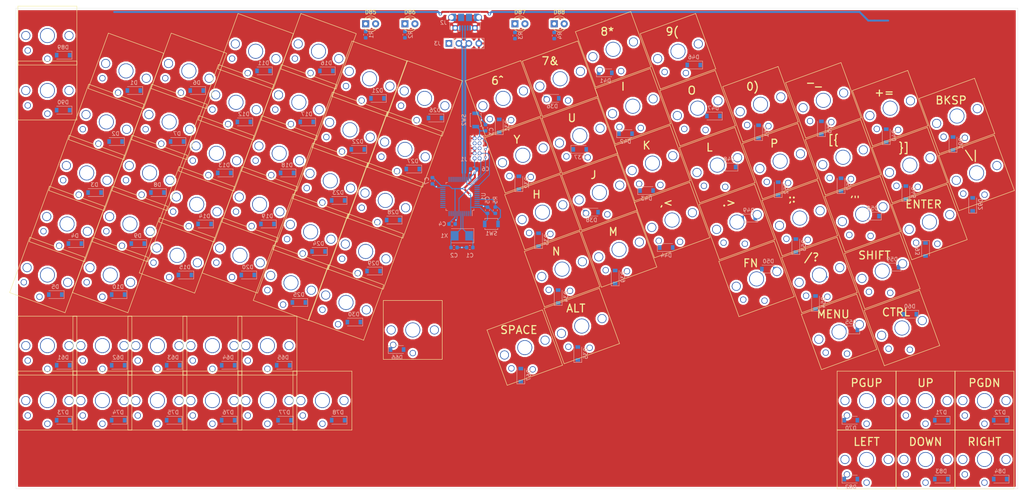
<source format=kicad_pcb>
(kicad_pcb (version 20171130) (host pcbnew 6.0.0-rc1-unknown-dbc9130~84~ubuntu16.04.1)
  (layers (0 F.Cu signal) (31 B.Cu signal) (34 B.Paste user) (35 F.Paste user) (36 B.SilkS user) (37 F.SilkS user) (38 B.Mask user) (39 F.Mask user) (44 Edge.Cuts user))
  (net 0 "")
  (net 1 "Net-(U1-Pad46)")
  (net 2 "Net-(U1-Pad45)")
  (net 3 "Net-(U1-Pad43)")
  (net 4 "Net-(U1-Pad42)")
  (net 5 "Net-(U1-Pad41)")
  (net 6 "Net-(U1-Pad40)")
  (net 7 "Net-(U1-Pad39)")
  (net 8 "Net-(U1-Pad38)")
  (net 9 "Net-(U1-Pad31)")
  (net 10 "Net-(U1-Pad30)")
  (net 11 "Net-(U1-Pad29)")
  (net 12 "Net-(U1-Pad28)")
  (net 13 "Net-(U1-Pad27)")
  (net 14 "Net-(U1-Pad26)")
  (net 15 "Net-(U1-Pad25)")
  (net 16 "Net-(U1-Pad22)")
  (net 17 "Net-(U1-Pad21)")
  (net 18 "Net-(U1-Pad20)")
  (net 19 "Net-(U1-Pad19)")
  (net 20 "Net-(U1-Pad18)")
  (net 21 "Net-(U1-Pad17)")
  (net 22 "Net-(U1-Pad16)")
  (net 23 "Net-(U1-Pad15)")
  (net 24 "Net-(U1-Pad14)")
  (net 25 "Net-(U1-Pad4)")
  (net 26 "Net-(U1-Pad3)")
  (net 27 "Net-(U1-Pad2)")
  (net 28 "Net-(D1-Pad2)")
  (net 29 /COL0)
  (net 30 /ROW0)
  (net 31 "Net-(D2-Pad2)")
  (net 32 "Net-(D3-Pad2)")
  (net 33 "Net-(D4-Pad2)")
  (net 34 "Net-(D5-Pad2)")
  (net 35 "Net-(D6-Pad2)")
  (net 36 "Net-(D7-Pad2)")
  (net 37 "Net-(D8-Pad2)")
  (net 38 "Net-(D9-Pad2)")
  (net 39 "Net-(D10-Pad2)")
  (net 40 "Net-(D11-Pad2)")
  (net 41 "Net-(D12-Pad2)")
  (net 42 "Net-(D13-Pad2)")
  (net 43 "Net-(D14-Pad2)")
  (net 44 "Net-(D15-Pad2)")
  (net 45 "Net-(D16-Pad2)")
  (net 46 "Net-(D17-Pad2)")
  (net 47 "Net-(D18-Pad2)")
  (net 48 "Net-(D19-Pad2)")
  (net 49 "Net-(D20-Pad2)")
  (net 50 "Net-(D21-Pad2)")
  (net 51 "Net-(D22-Pad2)")
  (net 52 "Net-(D23-Pad2)")
  (net 53 "Net-(D24-Pad2)")
  (net 54 "Net-(D25-Pad2)")
  (net 55 "Net-(D26-Pad2)")
  (net 56 "Net-(D27-Pad2)")
  (net 57 "Net-(D28-Pad2)")
  (net 58 "Net-(D29-Pad2)")
  (net 59 "Net-(D30-Pad2)")
  (net 60 "Net-(D31-Pad2)")
  (net 61 "Net-(D32-Pad2)")
  (net 62 "Net-(D33-Pad2)")
  (net 63 "Net-(D34-Pad2)")
  (net 64 "Net-(D35-Pad2)")
  (net 65 "Net-(D36-Pad2)")
  (net 66 "Net-(D37-Pad2)")
  (net 67 "Net-(D38-Pad2)")
  (net 68 "Net-(D39-Pad2)")
  (net 69 "Net-(D40-Pad2)")
  (net 70 "Net-(D41-Pad2)")
  (net 71 "Net-(D42-Pad2)")
  (net 72 "Net-(D43-Pad2)")
  (net 73 "Net-(D44-Pad2)")
  (net 74 "Net-(D45-Pad2)")
  (net 75 "Net-(D46-Pad2)")
  (net 76 "Net-(D47-Pad2)")
  (net 77 "Net-(D48-Pad2)")
  (net 78 "Net-(D49-Pad2)")
  (net 79 "Net-(D50-Pad2)")
  (net 80 "Net-(D51-Pad2)")
  (net 81 "Net-(D52-Pad2)")
  (net 82 "Net-(D53-Pad2)")
  (net 83 "Net-(D54-Pad2)")
  (net 84 "Net-(D55-Pad2)")
  (net 85 "Net-(D56-Pad2)")
  (net 86 "Net-(D57-Pad2)")
  (net 87 "Net-(D58-Pad2)")
  (net 88 "Net-(D59-Pad2)")
  (net 89 "Net-(D60-Pad2)")
  (net 90 /COL1)
  (net 91 /COL2)
  (net 92 /COL3)
  (net 93 /COL4)
  (net 94 /COL5)
  (net 95 /COL6)
  (net 96 /COL7)
  (net 97 /COL8)
  (net 98 /COL9)
  (net 99 /COL10)
  (net 100 /COL11)
  (net 101 "Net-(D61-Pad2)")
  (net 102 "Net-(D62-Pad2)")
  (net 103 "Net-(D63-Pad2)")
  (net 104 "Net-(D64-Pad2)")
  (net 105 "Net-(D65-Pad2)")
  (net 106 "Net-(D66-Pad2)")
  (net 107 "Net-(D67-Pad2)")
  (net 108 "Net-(D70-Pad2)")
  (net 109 "Net-(D71-Pad2)")
  (net 110 "Net-(D72-Pad2)")
  (net 111 /ROW1)
  (net 112 /ROW2)
  (net 113 /ROW3)
  (net 114 /ROW4)
  (net 115 /ROW5)
  (net 116 "Net-(D73-Pad2)")
  (net 117 "Net-(D74-Pad2)")
  (net 118 "Net-(D75-Pad2)")
  (net 119 "Net-(D76-Pad2)")
  (net 120 "Net-(D77-Pad2)")
  (net 121 "Net-(D78-Pad2)")
  (net 122 "Net-(D82-Pad2)")
  (net 123 "Net-(D83-Pad2)")
  (net 124 "Net-(D84-Pad2)")
  (net 125 /ROW6)
  (net 126 /LED0)
  (net 127 "Net-(D85-Pad1)")
  (net 128 /LED1)
  (net 129 "Net-(D86-Pad1)")
  (net 130 /LED2)
  (net 131 "Net-(D87-Pad1)")
  (net 132 /LED3)
  (net 133 "Net-(D88-Pad1)")
  (net 134 GND)
  (net 135 "Net-(D89-Pad2)")
  (net 136 "Net-(D90-Pad2)")
  (net 137 "Net-(D91-Pad2)")
  (net 138 "Net-(D92-Pad2)")
  (net 139 /ROW7)
  (net 140 "Net-(C1-Pad1)")
  (net 141 "Net-(C2-Pad1)")
  (net 142 +3V3)
  (net 143 "Net-(R5-Pad1)")
  (net 144 /SWCLK)
  (net 145 /SWDIO)
  (net 146 /USBD+)
  (net 147 /USBD-)
  (net 148 /RX)
  (net 149 /TX)
  (net 150 /DBG_RX)
  (net 151 /DBG_TX)
  (net 152 /NRST)
  (net 153 "Net-(J1-Pad8)")
  (net 154 "Net-(J1-Pad7)")
  (net 155 "Net-(J1-Pad6)")
  (net 156 "Net-(J2-Pad4)")
  (net 157 +5V)
  (net 158 /COL12)
  (net 159 "Net-(D93-Pad2)")
  (module Switches:KAILH_1350 (layer F.Cu) (at 259.5 94.5 20)
    (fp_text reference S25 (at 0 0.5 20) (layer F.SilkS))
    (fp_text value CHERRY_ML)
    (pad 2 thru_hole circle (at -5.000001 3.8 20) (size 1.6 1.6) (drill 1.2) (layers *.Cu *.Mask) (net 159 "Net-(D93-Pad2)"))
    (pad 1 thru_hole circle (at 0 5.9 20) (size 1.6 1.6) (drill 1.2) (layers *.Cu *.Mask) (net 113 /ROW3))
    (pad MNT thru_hole circle (at 5.5 0 20) (size 2.3 2.3) (drill 1.9) (layers *.Cu *.Mask))
    (pad MNT thru_hole circle (at -5.5 0 20) (size 2.3 2.3) (drill 1.9) (layers *.Cu *.Mask))
    (pad MNT thru_hole circle (at 0 0 20) (size 3.8 3.8) (drill 3.4) (layers *.Cu *.Mask))
  )
  (module Diode_SMD:D_SOD-123 (layer B.Cu) (at 258.5 101.5 270)
    (fp_text reference D93 (at 0 2 270) (layer B.SilkS) (effects (justify mirror)))
    (fp_text value 1N4148)
    (pad 2 smd rect (at 1.65 0 270) (size 0.9 1.2) (layers B.Cu B.Paste B.Mask) (net 159 "Net-(D93-Pad2)"))
    (pad 1 smd rect (at -1.65 0 270) (size 0.9 1.2) (layers B.Cu B.Paste B.Mask) (net 158 /COL12))
  )
  (module Switches:KAILH_1350 (layer F.Cu) (at 254.5 80 20)
    (fp_text reference S24 (at 0 0.5 20) (layer F.SilkS))
    (fp_text value CHERRY_ML)
    (pad 2 thru_hole circle (at -5.000001 3.8 20) (size 1.6 1.6) (drill 1.2) (layers *.Cu *.Mask) (net 74 "Net-(D45-Pad2)"))
    (pad 1 thru_hole circle (at 0 5.9 20) (size 1.6 1.6) (drill 1.2) (layers *.Cu *.Mask) (net 112 /ROW2))
    (pad MNT thru_hole circle (at 5.5 0 20) (size 2.3 2.3) (drill 1.9) (layers *.Cu *.Mask))
    (pad MNT thru_hole circle (at -5.5 0 20) (size 2.3 2.3) (drill 1.9) (layers *.Cu *.Mask))
    (pad MNT thru_hole circle (at 0 0 20) (size 3.8 3.8) (drill 3.4) (layers *.Cu *.Mask))
  )
  (module Switches:KAILH_1350 (layer F.Cu) (at 249.5 65.5 20)
    (fp_text reference S23 (at 0 0.5 20) (layer F.SilkS))
    (fp_text value CHERRY_ML)
    (pad 2 thru_hole circle (at -5.000001 3.8 20) (size 1.6 1.6) (drill 1.2) (layers *.Cu *.Mask) (net 69 "Net-(D40-Pad2)"))
    (pad 1 thru_hole circle (at 0 5.9 20) (size 1.6 1.6) (drill 1.2) (layers *.Cu *.Mask) (net 111 /ROW1))
    (pad MNT thru_hole circle (at 5.5 0 20) (size 2.3 2.3) (drill 1.9) (layers *.Cu *.Mask))
    (pad MNT thru_hole circle (at -5.5 0 20) (size 2.3 2.3) (drill 1.9) (layers *.Cu *.Mask))
    (pad MNT thru_hole circle (at 0 0 20) (size 3.8 3.8) (drill 3.4) (layers *.Cu *.Mask))
  )
  (module Diode_SMD:D_SOD-123 (layer B.Cu) (at 253.5 87 90)
    (fp_text reference D45 (at 0 2 90) (layer B.SilkS) (effects (justify mirror)))
    (fp_text value 1N4148)
    (pad 2 smd rect (at 1.65 0 90) (size 0.9 1.2) (layers B.Cu B.Paste B.Mask) (net 74 "Net-(D45-Pad2)"))
    (pad 1 smd rect (at -1.65 0 90) (size 0.9 1.2) (layers B.Cu B.Paste B.Mask) (net 158 /COL12))
  )
  (module Diode_SMD:D_SOD-123 (layer B.Cu) (at 248.5 72.5 90)
    (fp_text reference D40 (at 0 2 90) (layer B.SilkS) (effects (justify mirror)))
    (fp_text value 1N4148)
    (pad 2 smd rect (at 1.65 0 90) (size 0.9 1.2) (layers B.Cu B.Paste B.Mask) (net 69 "Net-(D40-Pad2)"))
    (pad 1 smd rect (at -1.65 0 90) (size 0.9 1.2) (layers B.Cu B.Paste B.Mask) (net 158 /COL12))
  )
  (module Switches:KAILH_1350 (layer F.Cu) (at 273.5 155)
    (fp_text reference U85 (at 0 0.5) (layer F.SilkS))
    (fp_text value CHERRY_ML)
    (pad 2 thru_hole circle (at -5 3.8) (size 1.6 1.6) (drill 1.2) (layers *.Cu *.Mask) (net 124 "Net-(D84-Pad2)"))
    (pad 1 thru_hole circle (at 0 5.9) (size 1.6 1.6) (drill 1.2) (layers *.Cu *.Mask) (net 139 /ROW7))
    (pad MNT thru_hole circle (at 5.5 0) (size 2.3 2.3) (drill 1.9) (layers *.Cu *.Mask))
    (pad MNT thru_hole circle (at -5.5 0) (size 2.3 2.3) (drill 1.9) (layers *.Cu *.Mask))
    (pad MNT thru_hole circle (at 0 0) (size 3.8 3.8) (drill 3.4) (layers *.Cu *.Mask))
  )
  (module Switches:KAILH_1350 (layer F.Cu) (at 258.5 155)
    (fp_text reference U84 (at 0 0.5) (layer F.SilkS))
    (fp_text value CHERRY_ML)
    (pad 2 thru_hole circle (at -5 3.8) (size 1.6 1.6) (drill 1.2) (layers *.Cu *.Mask) (net 123 "Net-(D83-Pad2)"))
    (pad 1 thru_hole circle (at 0 5.9) (size 1.6 1.6) (drill 1.2) (layers *.Cu *.Mask) (net 139 /ROW7))
    (pad MNT thru_hole circle (at 5.5 0) (size 2.3 2.3) (drill 1.9) (layers *.Cu *.Mask))
    (pad MNT thru_hole circle (at -5.5 0) (size 2.3 2.3) (drill 1.9) (layers *.Cu *.Mask))
    (pad MNT thru_hole circle (at 0 0) (size 3.8 3.8) (drill 3.4) (layers *.Cu *.Mask))
  )
  (module Switches:KAILH_1350 (layer F.Cu) (at 243.5 155)
    (fp_text reference U83 (at 0 0.5) (layer F.SilkS))
    (fp_text value CHERRY_ML)
    (pad 2 thru_hole circle (at -5 3.8) (size 1.6 1.6) (drill 1.2) (layers *.Cu *.Mask) (net 122 "Net-(D82-Pad2)"))
    (pad 1 thru_hole circle (at 0 5.9) (size 1.6 1.6) (drill 1.2) (layers *.Cu *.Mask) (net 139 /ROW7))
    (pad MNT thru_hole circle (at 5.5 0) (size 2.3 2.3) (drill 1.9) (layers *.Cu *.Mask))
    (pad MNT thru_hole circle (at -5.5 0) (size 2.3 2.3) (drill 1.9) (layers *.Cu *.Mask))
    (pad MNT thru_hole circle (at 0 0) (size 3.8 3.8) (drill 3.4) (layers *.Cu *.Mask))
  )
  (module Switches:KAILH_1350 (layer F.Cu) (at 105 140)
    (fp_text reference U79 (at 0 0.5) (layer F.SilkS))
    (fp_text value CHERRY_ML)
    (pad 2 thru_hole circle (at -5 3.8) (size 1.6 1.6) (drill 1.2) (layers *.Cu *.Mask) (net 121 "Net-(D78-Pad2)"))
    (pad 1 thru_hole circle (at 0 5.9) (size 1.6 1.6) (drill 1.2) (layers *.Cu *.Mask) (net 139 /ROW7))
    (pad MNT thru_hole circle (at 5.5 0) (size 2.3 2.3) (drill 1.9) (layers *.Cu *.Mask))
    (pad MNT thru_hole circle (at -5.5 0) (size 2.3 2.3) (drill 1.9) (layers *.Cu *.Mask))
    (pad MNT thru_hole circle (at 0 0) (size 3.8 3.8) (drill 3.4) (layers *.Cu *.Mask))
  )
  (module Switches:KAILH_1350 (layer F.Cu) (at 91 140)
    (fp_text reference U78 (at 0 0.5) (layer F.SilkS))
    (fp_text value CHERRY_ML)
    (pad 2 thru_hole circle (at -5 3.8) (size 1.6 1.6) (drill 1.2) (layers *.Cu *.Mask) (net 120 "Net-(D77-Pad2)"))
    (pad 1 thru_hole circle (at 0 5.9) (size 1.6 1.6) (drill 1.2) (layers *.Cu *.Mask) (net 139 /ROW7))
    (pad MNT thru_hole circle (at 5.5 0) (size 2.3 2.3) (drill 1.9) (layers *.Cu *.Mask))
    (pad MNT thru_hole circle (at -5.5 0) (size 2.3 2.3) (drill 1.9) (layers *.Cu *.Mask))
    (pad MNT thru_hole circle (at 0 0) (size 3.8 3.8) (drill 3.4) (layers *.Cu *.Mask))
  )
  (module Switches:KAILH_1350 (layer F.Cu) (at 77 140)
    (fp_text reference U77 (at 0 0.5) (layer F.SilkS))
    (fp_text value CHERRY_ML)
    (pad 2 thru_hole circle (at -5 3.8) (size 1.6 1.6) (drill 1.2) (layers *.Cu *.Mask) (net 119 "Net-(D76-Pad2)"))
    (pad 1 thru_hole circle (at 0 5.9) (size 1.6 1.6) (drill 1.2) (layers *.Cu *.Mask) (net 139 /ROW7))
    (pad MNT thru_hole circle (at 5.5 0) (size 2.3 2.3) (drill 1.9) (layers *.Cu *.Mask))
    (pad MNT thru_hole circle (at -5.5 0) (size 2.3 2.3) (drill 1.9) (layers *.Cu *.Mask))
    (pad MNT thru_hole circle (at 0 0) (size 3.8 3.8) (drill 3.4) (layers *.Cu *.Mask))
  )
  (module Switches:KAILH_1350 (layer F.Cu) (at 63 140)
    (fp_text reference U76 (at 0 0.5) (layer F.SilkS))
    (fp_text value CHERRY_ML)
    (pad 2 thru_hole circle (at -5 3.8) (size 1.6 1.6) (drill 1.2) (layers *.Cu *.Mask) (net 118 "Net-(D75-Pad2)"))
    (pad 1 thru_hole circle (at 0 5.9) (size 1.6 1.6) (drill 1.2) (layers *.Cu *.Mask) (net 139 /ROW7))
    (pad MNT thru_hole circle (at 5.5 0) (size 2.3 2.3) (drill 1.9) (layers *.Cu *.Mask))
    (pad MNT thru_hole circle (at -5.5 0) (size 2.3 2.3) (drill 1.9) (layers *.Cu *.Mask))
    (pad MNT thru_hole circle (at 0 0) (size 3.8 3.8) (drill 3.4) (layers *.Cu *.Mask))
  )
  (module Switches:KAILH_1350 (layer F.Cu) (at 49 140)
    (fp_text reference U75 (at 0 0.5) (layer F.SilkS))
    (fp_text value CHERRY_ML)
    (pad 2 thru_hole circle (at -5 3.8) (size 1.6 1.6) (drill 1.2) (layers *.Cu *.Mask) (net 117 "Net-(D74-Pad2)"))
    (pad 1 thru_hole circle (at 0 5.9) (size 1.6 1.6) (drill 1.2) (layers *.Cu *.Mask) (net 139 /ROW7))
    (pad MNT thru_hole circle (at 5.5 0) (size 2.3 2.3) (drill 1.9) (layers *.Cu *.Mask))
    (pad MNT thru_hole circle (at -5.5 0) (size 2.3 2.3) (drill 1.9) (layers *.Cu *.Mask))
    (pad MNT thru_hole circle (at 0 0) (size 3.8 3.8) (drill 3.4) (layers *.Cu *.Mask))
  )
  (module Switches:KAILH_1350 (layer F.Cu) (at 35 140)
    (fp_text reference U74 (at 0 0.5) (layer F.SilkS))
    (fp_text value CHERRY_ML)
    (pad 2 thru_hole circle (at -5 3.8) (size 1.6 1.6) (drill 1.2) (layers *.Cu *.Mask) (net 116 "Net-(D73-Pad2)"))
    (pad 1 thru_hole circle (at 0 5.9) (size 1.6 1.6) (drill 1.2) (layers *.Cu *.Mask) (net 139 /ROW7))
    (pad MNT thru_hole circle (at 5.5 0) (size 2.3 2.3) (drill 1.9) (layers *.Cu *.Mask))
    (pad MNT thru_hole circle (at -5.5 0) (size 2.3 2.3) (drill 1.9) (layers *.Cu *.Mask))
    (pad MNT thru_hole circle (at 0 0) (size 3.8 3.8) (drill 3.4) (layers *.Cu *.Mask))
  )
  (module Switches:KAILH_1350 (layer F.Cu) (at 273.5 140)
    (fp_text reference U73 (at 0 0.5) (layer F.SilkS))
    (fp_text value CHERRY_ML)
    (pad 2 thru_hole circle (at -5 3.8) (size 1.6 1.6) (drill 1.2) (layers *.Cu *.Mask) (net 110 "Net-(D72-Pad2)"))
    (pad 1 thru_hole circle (at 0 5.9) (size 1.6 1.6) (drill 1.2) (layers *.Cu *.Mask) (net 125 /ROW6))
    (pad MNT thru_hole circle (at 5.5 0) (size 2.3 2.3) (drill 1.9) (layers *.Cu *.Mask))
    (pad MNT thru_hole circle (at -5.5 0) (size 2.3 2.3) (drill 1.9) (layers *.Cu *.Mask))
    (pad MNT thru_hole circle (at 0 0) (size 3.8 3.8) (drill 3.4) (layers *.Cu *.Mask))
  )
  (module Switches:KAILH_1350 (layer F.Cu) (at 258.5 140)
    (fp_text reference U72 (at 0 0.5) (layer F.SilkS))
    (fp_text value CHERRY_ML)
    (pad 2 thru_hole circle (at -5 3.8) (size 1.6 1.6) (drill 1.2) (layers *.Cu *.Mask) (net 109 "Net-(D71-Pad2)"))
    (pad 1 thru_hole circle (at 0 5.9) (size 1.6 1.6) (drill 1.2) (layers *.Cu *.Mask) (net 125 /ROW6))
    (pad MNT thru_hole circle (at 5.5 0) (size 2.3 2.3) (drill 1.9) (layers *.Cu *.Mask))
    (pad MNT thru_hole circle (at -5.5 0) (size 2.3 2.3) (drill 1.9) (layers *.Cu *.Mask))
    (pad MNT thru_hole circle (at 0 0) (size 3.8 3.8) (drill 3.4) (layers *.Cu *.Mask))
  )
  (module Switches:KAILH_1350 (layer F.Cu) (at 243.5 140)
    (fp_text reference U71 (at 0 0.5) (layer F.SilkS))
    (fp_text value CHERRY_ML)
    (pad 2 thru_hole circle (at -5 3.8) (size 1.6 1.6) (drill 1.2) (layers *.Cu *.Mask) (net 108 "Net-(D70-Pad2)"))
    (pad 1 thru_hole circle (at 0 5.9) (size 1.6 1.6) (drill 1.2) (layers *.Cu *.Mask) (net 125 /ROW6))
    (pad MNT thru_hole circle (at 5.5 0) (size 2.3 2.3) (drill 1.9) (layers *.Cu *.Mask))
    (pad MNT thru_hole circle (at -5.5 0) (size 2.3 2.3) (drill 1.9) (layers *.Cu *.Mask))
    (pad MNT thru_hole circle (at 0 0) (size 3.8 3.8) (drill 3.4) (layers *.Cu *.Mask))
  )
  (module Switches:KAILH_1350 (layer F.Cu) (at 156.5 126.5 20)
    (fp_text reference U68 (at 0 0.5 20) (layer F.SilkS))
    (fp_text value CHERRY_ML)
    (pad 2 thru_hole circle (at -5.000001 3.8 20) (size 1.6 1.6) (drill 1.2) (layers *.Cu *.Mask) (net 107 "Net-(D67-Pad2)"))
    (pad 1 thru_hole circle (at 0 5.9 20) (size 1.6 1.6) (drill 1.2) (layers *.Cu *.Mask) (net 125 /ROW6))
    (pad MNT thru_hole circle (at 5.5 0 20) (size 2.3 2.3) (drill 1.9) (layers *.Cu *.Mask))
    (pad MNT thru_hole circle (at -5.5 0 20) (size 2.3 2.3) (drill 1.9) (layers *.Cu *.Mask))
    (pad MNT thru_hole circle (at 0 0 20) (size 3.8 3.8) (drill 3.4) (layers *.Cu *.Mask))
  )
  (module Switches:KAILH_1350 (layer F.Cu) (at 128 122)
    (fp_text reference U67 (at 0 0.5) (layer F.SilkS))
    (fp_text value CHERRY_ML)
    (pad 2 thru_hole circle (at -5 3.8) (size 1.6 1.6) (drill 1.2) (layers *.Cu *.Mask) (net 106 "Net-(D66-Pad2)"))
    (pad 1 thru_hole circle (at 0 5.9) (size 1.6 1.6) (drill 1.2) (layers *.Cu *.Mask) (net 125 /ROW6))
    (pad MNT thru_hole circle (at 5.5 0) (size 2.3 2.3) (drill 1.9) (layers *.Cu *.Mask))
    (pad MNT thru_hole circle (at -5.5 0) (size 2.3 2.3) (drill 1.9) (layers *.Cu *.Mask))
    (pad MNT thru_hole circle (at 0 0) (size 3.8 3.8) (drill 3.4) (layers *.Cu *.Mask))
  )
  (module Switches:KAILH_1350 (layer F.Cu) (at 91 126)
    (fp_text reference U66 (at 0 0.5) (layer F.SilkS))
    (fp_text value CHERRY_ML)
    (pad 2 thru_hole circle (at -5 3.8) (size 1.6 1.6) (drill 1.2) (layers *.Cu *.Mask) (net 105 "Net-(D65-Pad2)"))
    (pad 1 thru_hole circle (at 0 5.9) (size 1.6 1.6) (drill 1.2) (layers *.Cu *.Mask) (net 125 /ROW6))
    (pad MNT thru_hole circle (at 5.5 0) (size 2.3 2.3) (drill 1.9) (layers *.Cu *.Mask))
    (pad MNT thru_hole circle (at -5.5 0) (size 2.3 2.3) (drill 1.9) (layers *.Cu *.Mask))
    (pad MNT thru_hole circle (at 0 0) (size 3.8 3.8) (drill 3.4) (layers *.Cu *.Mask))
  )
  (module Switches:KAILH_1350 (layer F.Cu) (at 77 126)
    (fp_text reference U65 (at 0 0.5) (layer F.SilkS))
    (fp_text value CHERRY_ML)
    (pad 2 thru_hole circle (at -5 3.8) (size 1.6 1.6) (drill 1.2) (layers *.Cu *.Mask) (net 104 "Net-(D64-Pad2)"))
    (pad 1 thru_hole circle (at 0 5.9) (size 1.6 1.6) (drill 1.2) (layers *.Cu *.Mask) (net 125 /ROW6))
    (pad MNT thru_hole circle (at 5.5 0) (size 2.3 2.3) (drill 1.9) (layers *.Cu *.Mask))
    (pad MNT thru_hole circle (at -5.5 0) (size 2.3 2.3) (drill 1.9) (layers *.Cu *.Mask))
    (pad MNT thru_hole circle (at 0 0) (size 3.8 3.8) (drill 3.4) (layers *.Cu *.Mask))
  )
  (module Switches:KAILH_1350 (layer F.Cu) (at 63 126)
    (fp_text reference U64 (at 0 0.5) (layer F.SilkS))
    (fp_text value CHERRY_ML)
    (pad 2 thru_hole circle (at -5 3.8) (size 1.6 1.6) (drill 1.2) (layers *.Cu *.Mask) (net 103 "Net-(D63-Pad2)"))
    (pad 1 thru_hole circle (at 0 5.9) (size 1.6 1.6) (drill 1.2) (layers *.Cu *.Mask) (net 125 /ROW6))
    (pad MNT thru_hole circle (at 5.5 0) (size 2.3 2.3) (drill 1.9) (layers *.Cu *.Mask))
    (pad MNT thru_hole circle (at -5.5 0) (size 2.3 2.3) (drill 1.9) (layers *.Cu *.Mask))
    (pad MNT thru_hole circle (at 0 0) (size 3.8 3.8) (drill 3.4) (layers *.Cu *.Mask))
  )
  (module Switches:KAILH_1350 (layer F.Cu) (at 49 126)
    (fp_text reference U63 (at 0 0.5) (layer F.SilkS))
    (fp_text value CHERRY_ML)
    (pad 2 thru_hole circle (at -5 3.8) (size 1.6 1.6) (drill 1.2) (layers *.Cu *.Mask) (net 102 "Net-(D62-Pad2)"))
    (pad 1 thru_hole circle (at 0 5.9) (size 1.6 1.6) (drill 1.2) (layers *.Cu *.Mask) (net 125 /ROW6))
    (pad MNT thru_hole circle (at 5.5 0) (size 2.3 2.3) (drill 1.9) (layers *.Cu *.Mask))
    (pad MNT thru_hole circle (at -5.5 0) (size 2.3 2.3) (drill 1.9) (layers *.Cu *.Mask))
    (pad MNT thru_hole circle (at 0 0) (size 3.8 3.8) (drill 3.4) (layers *.Cu *.Mask))
  )
  (module Switches:KAILH_1350 (layer F.Cu) (at 35 126)
    (fp_text reference U62 (at 0 0.5) (layer F.SilkS))
    (fp_text value CHERRY_ML)
    (pad 2 thru_hole circle (at -5 3.8) (size 1.6 1.6) (drill 1.2) (layers *.Cu *.Mask) (net 101 "Net-(D61-Pad2)"))
    (pad 1 thru_hole circle (at 0 5.9) (size 1.6 1.6) (drill 1.2) (layers *.Cu *.Mask) (net 125 /ROW6))
    (pad MNT thru_hole circle (at 5.5 0) (size 2.3 2.3) (drill 1.9) (layers *.Cu *.Mask))
    (pad MNT thru_hole circle (at -5.5 0) (size 2.3 2.3) (drill 1.9) (layers *.Cu *.Mask))
    (pad MNT thru_hole circle (at 0 0) (size 3.8 3.8) (drill 3.4) (layers *.Cu *.Mask))
  )
  (module Switches:KAILH_1350 (layer F.Cu) (at 252.5 121.5 20)
    (fp_text reference U61 (at 0 0.5 20) (layer F.SilkS))
    (fp_text value CHERRY_ML)
    (pad 2 thru_hole circle (at -5 3.8 20) (size 1.6 1.6) (drill 1.2) (layers *.Cu *.Mask) (net 89 "Net-(D60-Pad2)"))
    (pad 1 thru_hole circle (at 0 5.9 20) (size 1.6 1.6) (drill 1.2) (layers *.Cu *.Mask) (net 115 /ROW5))
    (pad MNT thru_hole circle (at 5.5 0 20) (size 2.3 2.3) (drill 1.9) (layers *.Cu *.Mask))
    (pad MNT thru_hole circle (at -5.5 0 20) (size 2.3 2.3) (drill 1.9) (layers *.Cu *.Mask))
    (pad MNT thru_hole circle (at 0 0 20) (size 3.8 3.8) (drill 3.4) (layers *.Cu *.Mask))
  )
  (module Switches:KAILH_1350 (layer F.Cu) (at 247.5 107 20)
    (fp_text reference U60 (at 0 0.5 20) (layer F.SilkS))
    (fp_text value CHERRY_ML)
    (pad 2 thru_hole circle (at -5.000001 3.8 20) (size 1.6 1.6) (drill 1.2) (layers *.Cu *.Mask) (net 88 "Net-(D59-Pad2)"))
    (pad 1 thru_hole circle (at 0 5.9 20) (size 1.6 1.6) (drill 1.2) (layers *.Cu *.Mask) (net 114 /ROW4))
    (pad MNT thru_hole circle (at 5.5 0 20) (size 2.3 2.3) (drill 1.9) (layers *.Cu *.Mask))
    (pad MNT thru_hole circle (at -5.5 0 20) (size 2.3 2.3) (drill 1.9) (layers *.Cu *.Mask))
    (pad MNT thru_hole circle (at 0 0 20) (size 3.8 3.8) (drill 3.4) (layers *.Cu *.Mask))
  )
  (module Switches:KAILH_1350 (layer F.Cu) (at 242.5 92.5 20)
    (fp_text reference U59 (at 0 0.5 20) (layer F.SilkS))
    (fp_text value CHERRY_ML)
    (pad 2 thru_hole circle (at -5.000001 3.8 20) (size 1.6 1.6) (drill 1.2) (layers *.Cu *.Mask) (net 87 "Net-(D58-Pad2)"))
    (pad 1 thru_hole circle (at 0 5.9 20) (size 1.6 1.6) (drill 1.2) (layers *.Cu *.Mask) (net 113 /ROW3))
    (pad MNT thru_hole circle (at 5.5 0 20) (size 2.3 2.3) (drill 1.9) (layers *.Cu *.Mask))
    (pad MNT thru_hole circle (at -5.5 0 20) (size 2.3 2.3) (drill 1.9) (layers *.Cu *.Mask))
    (pad MNT thru_hole circle (at 0 0 20) (size 3.8 3.8) (drill 3.4) (layers *.Cu *.Mask))
  )
  (module Switches:KAILH_1350 (layer F.Cu) (at 237.5 78 20)
    (fp_text reference U58 (at 0 0.5 20) (layer F.SilkS))
    (fp_text value CHERRY_ML)
    (pad 2 thru_hole circle (at -5.000001 3.8 20) (size 1.6 1.6) (drill 1.2) (layers *.Cu *.Mask) (net 86 "Net-(D57-Pad2)"))
    (pad 1 thru_hole circle (at 0 5.9 20) (size 1.6 1.6) (drill 1.2) (layers *.Cu *.Mask) (net 112 /ROW2))
    (pad MNT thru_hole circle (at 5.5 0 20) (size 2.3 2.3) (drill 1.9) (layers *.Cu *.Mask))
    (pad MNT thru_hole circle (at -5.5 0 20) (size 2.3 2.3) (drill 1.9) (layers *.Cu *.Mask))
    (pad MNT thru_hole circle (at 0 0 20) (size 3.8 3.8) (drill 3.4) (layers *.Cu *.Mask))
  )
  (module Switches:KAILH_1350 (layer F.Cu) (at 236.5 122.5 20)
    (fp_text reference U56 (at 0 0.5 20) (layer F.SilkS))
    (fp_text value CHERRY_ML)
    (pad 2 thru_hole circle (at -5 3.8 20) (size 1.6 1.6) (drill 1.2) (layers *.Cu *.Mask) (net 84 "Net-(D55-Pad2)"))
    (pad 1 thru_hole circle (at 0 5.9 20) (size 1.6 1.6) (drill 1.2) (layers *.Cu *.Mask) (net 115 /ROW5))
    (pad MNT thru_hole circle (at 5.5 0 20) (size 2.3 2.3) (drill 1.9) (layers *.Cu *.Mask))
    (pad MNT thru_hole circle (at -5.5 0 20) (size 2.3 2.3) (drill 1.9) (layers *.Cu *.Mask))
    (pad MNT thru_hole circle (at 0 0 20) (size 3.8 3.8) (drill 3.4) (layers *.Cu *.Mask))
  )
  (module Switches:KAILH_1350 (layer F.Cu) (at 231.5 108 20)
    (fp_text reference U55 (at 0 0.5 20) (layer F.SilkS))
    (fp_text value CHERRY_ML)
    (pad 2 thru_hole circle (at -5.000001 3.8 20) (size 1.6 1.6) (drill 1.2) (layers *.Cu *.Mask) (net 83 "Net-(D54-Pad2)"))
    (pad 1 thru_hole circle (at 0 5.9 20) (size 1.6 1.6) (drill 1.2) (layers *.Cu *.Mask) (net 114 /ROW4))
    (pad MNT thru_hole circle (at 5.5 0 20) (size 2.3 2.3) (drill 1.9) (layers *.Cu *.Mask))
    (pad MNT thru_hole circle (at -5.5 0 20) (size 2.3 2.3) (drill 1.9) (layers *.Cu *.Mask))
    (pad MNT thru_hole circle (at 0 0 20) (size 3.8 3.8) (drill 3.4) (layers *.Cu *.Mask))
  )
  (module Switches:KAILH_1350 (layer F.Cu) (at 226.5 93.5 20)
    (fp_text reference U54 (at 0 0.5 20) (layer F.SilkS))
    (fp_text value CHERRY_ML)
    (pad 2 thru_hole circle (at -5.000001 3.8 20) (size 1.6 1.6) (drill 1.2) (layers *.Cu *.Mask) (net 82 "Net-(D53-Pad2)"))
    (pad 1 thru_hole circle (at 0 5.9 20) (size 1.6 1.6) (drill 1.2) (layers *.Cu *.Mask) (net 113 /ROW3))
    (pad MNT thru_hole circle (at 5.5 0 20) (size 2.3 2.3) (drill 1.9) (layers *.Cu *.Mask))
    (pad MNT thru_hole circle (at -5.5 0 20) (size 2.3 2.3) (drill 1.9) (layers *.Cu *.Mask))
    (pad MNT thru_hole circle (at 0 0 20) (size 3.8 3.8) (drill 3.4) (layers *.Cu *.Mask))
  )
  (module Switches:KAILH_1350 (layer F.Cu) (at 221.5 79 20)
    (fp_text reference U53 (at 0 0.5 20) (layer F.SilkS))
    (fp_text value CHERRY_ML)
    (pad 2 thru_hole circle (at -5.000001 3.8 20) (size 1.6 1.6) (drill 1.2) (layers *.Cu *.Mask) (net 81 "Net-(D52-Pad2)"))
    (pad 1 thru_hole circle (at 0 5.9 20) (size 1.6 1.6) (drill 1.2) (layers *.Cu *.Mask) (net 112 /ROW2))
    (pad MNT thru_hole circle (at 5.5 0 20) (size 2.3 2.3) (drill 1.9) (layers *.Cu *.Mask))
    (pad MNT thru_hole circle (at -5.5 0 20) (size 2.3 2.3) (drill 1.9) (layers *.Cu *.Mask))
    (pad MNT thru_hole circle (at 0 0 20) (size 3.8 3.8) (drill 3.4) (layers *.Cu *.Mask))
  )
  (module Switches:KAILH_1350 (layer F.Cu) (at 215.5 109 20)
    (fp_text reference U51 (at 0 0.5 20) (layer F.SilkS))
    (fp_text value CHERRY_ML)
    (pad 2 thru_hole circle (at -5 3.8 20) (size 1.6 1.6) (drill 1.2) (layers *.Cu *.Mask) (net 79 "Net-(D50-Pad2)"))
    (pad 1 thru_hole circle (at 0 5.9 20) (size 1.6 1.6) (drill 1.2) (layers *.Cu *.Mask) (net 115 /ROW5))
    (pad MNT thru_hole circle (at 5.5 0 20) (size 2.3 2.3) (drill 1.9) (layers *.Cu *.Mask))
    (pad MNT thru_hole circle (at -5.5 0 20) (size 2.3 2.3) (drill 1.9) (layers *.Cu *.Mask))
    (pad MNT thru_hole circle (at 0 0 20) (size 3.8 3.8) (drill 3.4) (layers *.Cu *.Mask))
  )
  (module Switches:KAILH_1350 (layer F.Cu) (at 210.5 94.5 20)
    (fp_text reference U50 (at 0 0.5 20) (layer F.SilkS))
    (fp_text value CHERRY_ML)
    (pad 2 thru_hole circle (at -5 3.8 20) (size 1.6 1.6) (drill 1.2) (layers *.Cu *.Mask) (net 78 "Net-(D49-Pad2)"))
    (pad 1 thru_hole circle (at 0 5.9 20) (size 1.6 1.6) (drill 1.2) (layers *.Cu *.Mask) (net 114 /ROW4))
    (pad MNT thru_hole circle (at 5.5 0 20) (size 2.3 2.3) (drill 1.9) (layers *.Cu *.Mask))
    (pad MNT thru_hole circle (at -5.5 0 20) (size 2.3 2.3) (drill 1.9) (layers *.Cu *.Mask))
    (pad MNT thru_hole circle (at 0 0 20) (size 3.8 3.8) (drill 3.4) (layers *.Cu *.Mask))
  )
  (module Switches:KAILH_1350 (layer F.Cu) (at 205.5 80 20)
    (fp_text reference U49 (at 0 0.5 20) (layer F.SilkS))
    (fp_text value CHERRY_ML)
    (pad 2 thru_hole circle (at -5 3.8 20) (size 1.6 1.6) (drill 1.2) (layers *.Cu *.Mask) (net 77 "Net-(D48-Pad2)"))
    (pad 1 thru_hole circle (at 0 5.9 20) (size 1.6 1.6) (drill 1.2) (layers *.Cu *.Mask) (net 113 /ROW3))
    (pad MNT thru_hole circle (at 5.5 0 20) (size 2.3 2.3) (drill 1.9) (layers *.Cu *.Mask))
    (pad MNT thru_hole circle (at -5.5 0 20) (size 2.3 2.3) (drill 1.9) (layers *.Cu *.Mask))
    (pad MNT thru_hole circle (at 0 0 20) (size 3.8 3.8) (drill 3.4) (layers *.Cu *.Mask))
  )
  (module Switches:KAILH_1350 (layer F.Cu) (at 200.5 65.5 20)
    (fp_text reference U48 (at 0 0.5 20) (layer F.SilkS))
    (fp_text value CHERRY_ML)
    (pad 2 thru_hole circle (at -5 3.8 20) (size 1.6 1.6) (drill 1.2) (layers *.Cu *.Mask) (net 76 "Net-(D47-Pad2)"))
    (pad 1 thru_hole circle (at 0 5.9 20) (size 1.6 1.6) (drill 1.2) (layers *.Cu *.Mask) (net 112 /ROW2))
    (pad MNT thru_hole circle (at 5.5 0 20) (size 2.3 2.3) (drill 1.9) (layers *.Cu *.Mask))
    (pad MNT thru_hole circle (at -5.5 0 20) (size 2.3 2.3) (drill 1.9) (layers *.Cu *.Mask))
    (pad MNT thru_hole circle (at 0 0 20) (size 3.8 3.8) (drill 3.4) (layers *.Cu *.Mask))
  )
  (module Switches:KAILH_1350 (layer F.Cu) (at 194 94 20)
    (fp_text reference U45 (at 0 0.5 20) (layer F.SilkS))
    (fp_text value CHERRY_ML)
    (pad 2 thru_hole circle (at -5 3.8 20) (size 1.6 1.6) (drill 1.2) (layers *.Cu *.Mask) (net 73 "Net-(D44-Pad2)"))
    (pad 1 thru_hole circle (at 0 5.9 20) (size 1.6 1.6) (drill 1.2) (layers *.Cu *.Mask) (net 114 /ROW4))
    (pad MNT thru_hole circle (at 5.5 0 20) (size 2.3 2.3) (drill 1.9) (layers *.Cu *.Mask))
    (pad MNT thru_hole circle (at -5.5 0 20) (size 2.3 2.3) (drill 1.9) (layers *.Cu *.Mask))
    (pad MNT thru_hole circle (at 0 0 20) (size 3.8 3.8) (drill 3.4) (layers *.Cu *.Mask))
  )
  (module Switches:KAILH_1350 (layer F.Cu) (at 189 79.5 20)
    (fp_text reference U44 (at 0 0.5 20) (layer F.SilkS))
    (fp_text value CHERRY_ML)
    (pad 2 thru_hole circle (at -5 3.8 20) (size 1.6 1.6) (drill 1.2) (layers *.Cu *.Mask) (net 72 "Net-(D43-Pad2)"))
    (pad 1 thru_hole circle (at 0 5.9 20) (size 1.6 1.6) (drill 1.2) (layers *.Cu *.Mask) (net 113 /ROW3))
    (pad MNT thru_hole circle (at 5.5 0 20) (size 2.3 2.3) (drill 1.9) (layers *.Cu *.Mask))
    (pad MNT thru_hole circle (at -5.5 0 20) (size 2.3 2.3) (drill 1.9) (layers *.Cu *.Mask))
    (pad MNT thru_hole circle (at 0 0 20) (size 3.8 3.8) (drill 3.4) (layers *.Cu *.Mask))
  )
  (module Switches:KAILH_1350 (layer F.Cu) (at 184 65 20)
    (fp_text reference U43 (at 0 0.5 20) (layer F.SilkS))
    (fp_text value CHERRY_ML)
    (pad 2 thru_hole circle (at -5 3.8 20) (size 1.6 1.6) (drill 1.2) (layers *.Cu *.Mask) (net 71 "Net-(D42-Pad2)"))
    (pad 1 thru_hole circle (at 0 5.9 20) (size 1.6 1.6) (drill 1.2) (layers *.Cu *.Mask) (net 112 /ROW2))
    (pad MNT thru_hole circle (at 5.5 0 20) (size 2.3 2.3) (drill 1.9) (layers *.Cu *.Mask))
    (pad MNT thru_hole circle (at -5.5 0 20) (size 2.3 2.3) (drill 1.9) (layers *.Cu *.Mask))
    (pad MNT thru_hole circle (at 0 0 20) (size 3.8 3.8) (drill 3.4) (layers *.Cu *.Mask))
  )
  (module Switches:KAILH_1350 (layer F.Cu) (at 180.5 101.5 20)
    (fp_text reference U40 (at 0 0.5 20) (layer F.SilkS))
    (fp_text value CHERRY_ML)
    (pad 2 thru_hole circle (at -5.000001 3.8 20) (size 1.6 1.6) (drill 1.2) (layers *.Cu *.Mask) (net 68 "Net-(D39-Pad2)"))
    (pad 1 thru_hole circle (at 0 5.9 20) (size 1.6 1.6) (drill 1.2) (layers *.Cu *.Mask) (net 114 /ROW4))
    (pad MNT thru_hole circle (at 5.5 0 20) (size 2.3 2.3) (drill 1.9) (layers *.Cu *.Mask))
    (pad MNT thru_hole circle (at -5.5 0 20) (size 2.3 2.3) (drill 1.9) (layers *.Cu *.Mask))
    (pad MNT thru_hole circle (at 0 0 20) (size 3.8 3.8) (drill 3.4) (layers *.Cu *.Mask))
  )
  (module Switches:KAILH_1350 (layer F.Cu) (at 175.5 87 20)
    (fp_text reference U39 (at 0 0.5 20) (layer F.SilkS))
    (fp_text value CHERRY_ML)
    (pad 2 thru_hole circle (at -5.000001 3.8 20) (size 1.6 1.6) (drill 1.2) (layers *.Cu *.Mask) (net 67 "Net-(D38-Pad2)"))
    (pad 1 thru_hole circle (at 0 5.9 20) (size 1.6 1.6) (drill 1.2) (layers *.Cu *.Mask) (net 113 /ROW3))
    (pad MNT thru_hole circle (at 5.5 0 20) (size 2.3 2.3) (drill 1.9) (layers *.Cu *.Mask))
    (pad MNT thru_hole circle (at -5.5 0 20) (size 2.3 2.3) (drill 1.9) (layers *.Cu *.Mask))
    (pad MNT thru_hole circle (at 0 0 20) (size 3.8 3.8) (drill 3.4) (layers *.Cu *.Mask))
  )
  (module Switches:KAILH_1350 (layer F.Cu) (at 170.5 72.5 20)
    (fp_text reference U38 (at 0 0.5 20) (layer F.SilkS))
    (fp_text value CHERRY_ML)
    (pad 2 thru_hole circle (at -5.000001 3.8 20) (size 1.6 1.6) (drill 1.2) (layers *.Cu *.Mask) (net 66 "Net-(D37-Pad2)"))
    (pad 1 thru_hole circle (at 0 5.9 20) (size 1.6 1.6) (drill 1.2) (layers *.Cu *.Mask) (net 112 /ROW2))
    (pad MNT thru_hole circle (at 5.5 0 20) (size 2.3 2.3) (drill 1.9) (layers *.Cu *.Mask))
    (pad MNT thru_hole circle (at -5.5 0 20) (size 2.3 2.3) (drill 1.9) (layers *.Cu *.Mask))
    (pad MNT thru_hole circle (at 0 0 20) (size 3.8 3.8) (drill 3.4) (layers *.Cu *.Mask))
  )
  (module Switches:KAILH_1350 (layer F.Cu) (at 171 121 20)
    (fp_text reference U36 (at 0 0.5 20) (layer F.SilkS))
    (fp_text value CHERRY_ML)
    (pad 2 thru_hole circle (at -5.000001 3.8 20) (size 1.6 1.6) (drill 1.2) (layers *.Cu *.Mask) (net 64 "Net-(D35-Pad2)"))
    (pad 1 thru_hole circle (at 0 5.9 20) (size 1.6 1.6) (drill 1.2) (layers *.Cu *.Mask) (net 115 /ROW5))
    (pad MNT thru_hole circle (at 5.5 0 20) (size 2.3 2.3) (drill 1.9) (layers *.Cu *.Mask))
    (pad MNT thru_hole circle (at -5.5 0 20) (size 2.3 2.3) (drill 1.9) (layers *.Cu *.Mask))
    (pad MNT thru_hole circle (at 0 0 20) (size 3.8 3.8) (drill 3.4) (layers *.Cu *.Mask))
  )
  (module Switches:KAILH_1350 (layer F.Cu) (at 166 106.5 20)
    (fp_text reference U35 (at 0 0.5 20) (layer F.SilkS))
    (fp_text value CHERRY_ML)
    (pad 2 thru_hole circle (at -5.000001 3.8 20) (size 1.6 1.6) (drill 1.2) (layers *.Cu *.Mask) (net 63 "Net-(D34-Pad2)"))
    (pad 1 thru_hole circle (at 0 5.9 20) (size 1.6 1.6) (drill 1.2) (layers *.Cu *.Mask) (net 114 /ROW4))
    (pad MNT thru_hole circle (at 5.5 0 20) (size 2.3 2.3) (drill 1.9) (layers *.Cu *.Mask))
    (pad MNT thru_hole circle (at -5.5 0 20) (size 2.3 2.3) (drill 1.9) (layers *.Cu *.Mask))
    (pad MNT thru_hole circle (at 0 0 20) (size 3.8 3.8) (drill 3.4) (layers *.Cu *.Mask))
  )
  (module Switches:KAILH_1350 (layer F.Cu) (at 161 92 20)
    (fp_text reference U34 (at 0 0.5 20) (layer F.SilkS))
    (fp_text value CHERRY_ML)
    (pad 2 thru_hole circle (at -5.000001 3.8 20) (size 1.6 1.6) (drill 1.2) (layers *.Cu *.Mask) (net 62 "Net-(D33-Pad2)"))
    (pad 1 thru_hole circle (at 0 5.9 20) (size 1.6 1.6) (drill 1.2) (layers *.Cu *.Mask) (net 113 /ROW3))
    (pad MNT thru_hole circle (at 5.5 0 20) (size 2.3 2.3) (drill 1.9) (layers *.Cu *.Mask))
    (pad MNT thru_hole circle (at -5.5 0 20) (size 2.3 2.3) (drill 1.9) (layers *.Cu *.Mask))
    (pad MNT thru_hole circle (at 0 0 20) (size 3.8 3.8) (drill 3.4) (layers *.Cu *.Mask))
  )
  (module Switches:KAILH_1350 (layer F.Cu) (at 156 77.5 20)
    (fp_text reference U33 (at 0 0.5 20) (layer F.SilkS))
    (fp_text value CHERRY_ML)
    (pad 2 thru_hole circle (at -5.000001 3.8 20) (size 1.6 1.6) (drill 1.2) (layers *.Cu *.Mask) (net 61 "Net-(D32-Pad2)"))
    (pad 1 thru_hole circle (at 0 5.9 20) (size 1.6 1.6) (drill 1.2) (layers *.Cu *.Mask) (net 112 /ROW2))
    (pad MNT thru_hole circle (at 5.5 0 20) (size 2.3 2.3) (drill 1.9) (layers *.Cu *.Mask))
    (pad MNT thru_hole circle (at -5.5 0 20) (size 2.3 2.3) (drill 1.9) (layers *.Cu *.Mask))
    (pad MNT thru_hole circle (at 0 0 20) (size 3.8 3.8) (drill 3.4) (layers *.Cu *.Mask))
  )
  (module Switches:KAILH_1350 (layer F.Cu) (at 111 115 340)
    (fp_text reference U31 (at 0 0.5 340) (layer F.SilkS))
    (fp_text value CHERRY_ML)
    (pad 2 thru_hole circle (at -5 3.8 340) (size 1.6 1.6) (drill 1.2) (layers *.Cu *.Mask) (net 59 "Net-(D30-Pad2)"))
    (pad 1 thru_hole circle (at 0 5.9 340) (size 1.6 1.6) (drill 1.2) (layers *.Cu *.Mask) (net 115 /ROW5))
    (pad MNT thru_hole circle (at 5.5 0 340) (size 2.3 2.3) (drill 1.9) (layers *.Cu *.Mask))
    (pad MNT thru_hole circle (at -5.5 0 340) (size 2.3 2.3) (drill 1.9) (layers *.Cu *.Mask))
    (pad MNT thru_hole circle (at 0 0 340) (size 3.8 3.8) (drill 3.4) (layers *.Cu *.Mask))
  )
  (module Switches:KAILH_1350 (layer F.Cu) (at 116 102 340)
    (fp_text reference U30 (at 0 0.5 340) (layer F.SilkS))
    (fp_text value CHERRY_ML)
    (pad 2 thru_hole circle (at -5 3.8 340) (size 1.6 1.6) (drill 1.2) (layers *.Cu *.Mask) (net 58 "Net-(D29-Pad2)"))
    (pad 1 thru_hole circle (at 0 5.9 340) (size 1.6 1.6) (drill 1.2) (layers *.Cu *.Mask) (net 114 /ROW4))
    (pad MNT thru_hole circle (at 5.5 0 340) (size 2.3 2.3) (drill 1.9) (layers *.Cu *.Mask))
    (pad MNT thru_hole circle (at -5.5 0 340) (size 2.3 2.3) (drill 1.9) (layers *.Cu *.Mask))
    (pad MNT thru_hole circle (at 0 0 340) (size 3.8 3.8) (drill 3.4) (layers *.Cu *.Mask))
  )
  (module Switches:KAILH_1350 (layer F.Cu) (at 121 89 340)
    (fp_text reference U29 (at 0 0.5 340) (layer F.SilkS))
    (fp_text value CHERRY_ML)
    (pad 2 thru_hole circle (at -5 3.8 340) (size 1.6 1.6) (drill 1.2) (layers *.Cu *.Mask) (net 57 "Net-(D28-Pad2)"))
    (pad 1 thru_hole circle (at 0 5.9 340) (size 1.6 1.6) (drill 1.2) (layers *.Cu *.Mask) (net 113 /ROW3))
    (pad MNT thru_hole circle (at 5.5 0 340) (size 2.3 2.3) (drill 1.9) (layers *.Cu *.Mask))
    (pad MNT thru_hole circle (at -5.5 0 340) (size 2.3 2.3) (drill 1.9) (layers *.Cu *.Mask))
    (pad MNT thru_hole circle (at 0 0 340) (size 3.8 3.8) (drill 3.4) (layers *.Cu *.Mask))
  )
  (module Switches:KAILH_1350 (layer F.Cu) (at 97 110 340)
    (fp_text reference U26 (at 0 0.5 340) (layer F.SilkS))
    (fp_text value CHERRY_ML)
    (pad 2 thru_hole circle (at -5 3.8 340) (size 1.6 1.6) (drill 1.2) (layers *.Cu *.Mask) (net 54 "Net-(D25-Pad2)"))
    (pad 1 thru_hole circle (at 0 5.9 340) (size 1.6 1.6) (drill 1.2) (layers *.Cu *.Mask) (net 115 /ROW5))
    (pad MNT thru_hole circle (at 5.5 0 340) (size 2.3 2.3) (drill 1.9) (layers *.Cu *.Mask))
    (pad MNT thru_hole circle (at -5.5 0 340) (size 2.3 2.3) (drill 1.9) (layers *.Cu *.Mask))
    (pad MNT thru_hole circle (at 0 0 340) (size 3.8 3.8) (drill 3.4) (layers *.Cu *.Mask))
  )
  (module Switches:KAILH_1350 (layer F.Cu) (at 102 97 340)
    (fp_text reference U25 (at 0 0.5 340) (layer F.SilkS))
    (fp_text value CHERRY_ML)
    (pad 2 thru_hole circle (at -5 3.8 340) (size 1.6 1.6) (drill 1.2) (layers *.Cu *.Mask) (net 53 "Net-(D24-Pad2)"))
    (pad 1 thru_hole circle (at 0 5.9 340) (size 1.6 1.6) (drill 1.2) (layers *.Cu *.Mask) (net 114 /ROW4))
    (pad MNT thru_hole circle (at 5.5 0 340) (size 2.3 2.3) (drill 1.9) (layers *.Cu *.Mask))
    (pad MNT thru_hole circle (at -5.5 0 340) (size 2.3 2.3) (drill 1.9) (layers *.Cu *.Mask))
    (pad MNT thru_hole circle (at 0 0 340) (size 3.8 3.8) (drill 3.4) (layers *.Cu *.Mask))
  )
  (module Switches:KAILH_1350 (layer F.Cu) (at 107 84 340)
    (fp_text reference U24 (at 0 0.5 340) (layer F.SilkS))
    (fp_text value CHERRY_ML)
    (pad 2 thru_hole circle (at -5 3.8 340) (size 1.6 1.6) (drill 1.2) (layers *.Cu *.Mask) (net 52 "Net-(D23-Pad2)"))
    (pad 1 thru_hole circle (at 0 5.9 340) (size 1.6 1.6) (drill 1.2) (layers *.Cu *.Mask) (net 113 /ROW3))
    (pad MNT thru_hole circle (at 5.5 0 340) (size 2.3 2.3) (drill 1.9) (layers *.Cu *.Mask))
    (pad MNT thru_hole circle (at -5.5 0 340) (size 2.3 2.3) (drill 1.9) (layers *.Cu *.Mask))
    (pad MNT thru_hole circle (at 0 0 340) (size 3.8 3.8) (drill 3.4) (layers *.Cu *.Mask))
  )
  (module Switches:KAILH_1350 (layer F.Cu) (at 84 103 340)
    (fp_text reference U21 (at 0 0.5 340) (layer F.SilkS))
    (fp_text value CHERRY_ML)
    (pad 2 thru_hole circle (at -5 3.8 340) (size 1.6 1.6) (drill 1.2) (layers *.Cu *.Mask) (net 49 "Net-(D20-Pad2)"))
    (pad 1 thru_hole circle (at 0 5.9 340) (size 1.6 1.6) (drill 1.2) (layers *.Cu *.Mask) (net 115 /ROW5))
    (pad MNT thru_hole circle (at 5.5 0 340) (size 2.3 2.3) (drill 1.9) (layers *.Cu *.Mask))
    (pad MNT thru_hole circle (at -5.5 0 340) (size 2.3 2.3) (drill 1.9) (layers *.Cu *.Mask))
    (pad MNT thru_hole circle (at 0 0 340) (size 3.8 3.8) (drill 3.4) (layers *.Cu *.Mask))
  )
  (module Switches:KAILH_1350 (layer F.Cu) (at 89 90 340)
    (fp_text reference U20 (at 0 0.5 340) (layer F.SilkS))
    (fp_text value CHERRY_ML)
    (pad 2 thru_hole circle (at -5 3.8 340) (size 1.6 1.6) (drill 1.2) (layers *.Cu *.Mask) (net 48 "Net-(D19-Pad2)"))
    (pad 1 thru_hole circle (at 0 5.9 340) (size 1.6 1.6) (drill 1.2) (layers *.Cu *.Mask) (net 114 /ROW4))
    (pad MNT thru_hole circle (at 5.5 0 340) (size 2.3 2.3) (drill 1.9) (layers *.Cu *.Mask))
    (pad MNT thru_hole circle (at -5.5 0 340) (size 2.3 2.3) (drill 1.9) (layers *.Cu *.Mask))
    (pad MNT thru_hole circle (at 0 0 340) (size 3.8 3.8) (drill 3.4) (layers *.Cu *.Mask))
  )
  (module Switches:KAILH_1350 (layer F.Cu) (at 94 77 340)
    (fp_text reference U19 (at 0 0.5 340) (layer F.SilkS))
    (fp_text value CHERRY_ML)
    (pad 2 thru_hole circle (at -5 3.8 340) (size 1.6 1.6) (drill 1.2) (layers *.Cu *.Mask) (net 47 "Net-(D18-Pad2)"))
    (pad 1 thru_hole circle (at 0 5.9 340) (size 1.6 1.6) (drill 1.2) (layers *.Cu *.Mask) (net 113 /ROW3))
    (pad MNT thru_hole circle (at 5.5 0 340) (size 2.3 2.3) (drill 1.9) (layers *.Cu *.Mask))
    (pad MNT thru_hole circle (at -5.5 0 340) (size 2.3 2.3) (drill 1.9) (layers *.Cu *.Mask))
    (pad MNT thru_hole circle (at 0 0 340) (size 3.8 3.8) (drill 3.4) (layers *.Cu *.Mask))
  )
  (module Switches:KAILH_1350 (layer F.Cu) (at 68 103 340)
    (fp_text reference U16 (at 0 0.5 340) (layer F.SilkS))
    (fp_text value CHERRY_ML)
    (pad 2 thru_hole circle (at -5 3.8 340) (size 1.6 1.6) (drill 1.2) (layers *.Cu *.Mask) (net 44 "Net-(D15-Pad2)"))
    (pad 1 thru_hole circle (at 0 5.9 340) (size 1.6 1.6) (drill 1.2) (layers *.Cu *.Mask) (net 115 /ROW5))
    (pad MNT thru_hole circle (at 5.5 0 340) (size 2.3 2.3) (drill 1.9) (layers *.Cu *.Mask))
    (pad MNT thru_hole circle (at -5.5 0 340) (size 2.3 2.3) (drill 1.9) (layers *.Cu *.Mask))
    (pad MNT thru_hole circle (at 0 0 340) (size 3.8 3.8) (drill 3.4) (layers *.Cu *.Mask))
  )
  (module Switches:KAILH_1350 (layer F.Cu) (at 73 90 340)
    (fp_text reference U15 (at 0 0.5 340) (layer F.SilkS))
    (fp_text value CHERRY_ML)
    (pad 2 thru_hole circle (at -5 3.8 340) (size 1.6 1.6) (drill 1.2) (layers *.Cu *.Mask) (net 43 "Net-(D14-Pad2)"))
    (pad 1 thru_hole circle (at 0 5.9 340) (size 1.6 1.6) (drill 1.2) (layers *.Cu *.Mask) (net 114 /ROW4))
    (pad MNT thru_hole circle (at 5.5 0 340) (size 2.3 2.3) (drill 1.9) (layers *.Cu *.Mask))
    (pad MNT thru_hole circle (at -5.5 0 340) (size 2.3 2.3) (drill 1.9) (layers *.Cu *.Mask))
    (pad MNT thru_hole circle (at 0 0 340) (size 3.8 3.8) (drill 3.4) (layers *.Cu *.Mask))
  )
  (module Switches:KAILH_1350 (layer F.Cu) (at 78 77 340)
    (fp_text reference U14 (at 0 0.5 340) (layer F.SilkS))
    (fp_text value CHERRY_ML)
    (pad 2 thru_hole circle (at -5 3.8 340) (size 1.6 1.6) (drill 1.2) (layers *.Cu *.Mask) (net 42 "Net-(D13-Pad2)"))
    (pad 1 thru_hole circle (at 0 5.9 340) (size 1.6 1.6) (drill 1.2) (layers *.Cu *.Mask) (net 113 /ROW3))
    (pad MNT thru_hole circle (at 5.5 0 340) (size 2.3 2.3) (drill 1.9) (layers *.Cu *.Mask))
    (pad MNT thru_hole circle (at -5.5 0 340) (size 2.3 2.3) (drill 1.9) (layers *.Cu *.Mask))
    (pad MNT thru_hole circle (at 0 0 340) (size 3.8 3.8) (drill 3.4) (layers *.Cu *.Mask))
  )
  (module Switches:KAILH_1350 (layer F.Cu) (at 51 108 340)
    (fp_text reference U11 (at 0 0.5 340) (layer F.SilkS))
    (fp_text value CHERRY_ML)
    (pad 2 thru_hole circle (at -5 3.8 340) (size 1.6 1.6) (drill 1.2) (layers *.Cu *.Mask) (net 39 "Net-(D10-Pad2)"))
    (pad 1 thru_hole circle (at 0 5.9 340) (size 1.6 1.6) (drill 1.2) (layers *.Cu *.Mask) (net 115 /ROW5))
    (pad MNT thru_hole circle (at 5.5 0 340) (size 2.3 2.3) (drill 1.9) (layers *.Cu *.Mask))
    (pad MNT thru_hole circle (at -5.5 0 340) (size 2.3 2.3) (drill 1.9) (layers *.Cu *.Mask))
    (pad MNT thru_hole circle (at 0 0 340) (size 3.8 3.8) (drill 3.4) (layers *.Cu *.Mask))
  )
  (module Switches:KAILH_1350 (layer F.Cu) (at 56 95 340)
    (fp_text reference U10 (at 0 0.5 340) (layer F.SilkS))
    (fp_text value CHERRY_ML)
    (pad 2 thru_hole circle (at -5 3.8 340) (size 1.6 1.6) (drill 1.2) (layers *.Cu *.Mask) (net 38 "Net-(D9-Pad2)"))
    (pad 1 thru_hole circle (at 0 5.9 340) (size 1.6 1.6) (drill 1.2) (layers *.Cu *.Mask) (net 114 /ROW4))
    (pad MNT thru_hole circle (at 5.5 0 340) (size 2.3 2.3) (drill 1.9) (layers *.Cu *.Mask))
    (pad MNT thru_hole circle (at -5.5 0 340) (size 2.3 2.3) (drill 1.9) (layers *.Cu *.Mask))
    (pad MNT thru_hole circle (at 0 0 340) (size 3.8 3.8) (drill 3.4) (layers *.Cu *.Mask))
  )
  (module Switches:KAILH_1350 (layer F.Cu) (at 61 82 340)
    (fp_text reference U9 (at 0 0.5 340) (layer F.SilkS))
    (fp_text value CHERRY_ML)
    (pad 2 thru_hole circle (at -5 3.8 340) (size 1.6 1.6) (drill 1.2) (layers *.Cu *.Mask) (net 37 "Net-(D8-Pad2)"))
    (pad 1 thru_hole circle (at 0 5.9 340) (size 1.6 1.6) (drill 1.2) (layers *.Cu *.Mask) (net 113 /ROW3))
    (pad MNT thru_hole circle (at 5.5 0 340) (size 2.3 2.3) (drill 1.9) (layers *.Cu *.Mask))
    (pad MNT thru_hole circle (at -5.5 0 340) (size 2.3 2.3) (drill 1.9) (layers *.Cu *.Mask))
    (pad MNT thru_hole circle (at 0 0 340) (size 3.8 3.8) (drill 3.4) (layers *.Cu *.Mask))
  )
  (module Switches:KAILH_1350 (layer F.Cu) (at 35 108 340)
    (fp_text reference U6 (at 0 0.5 340) (layer F.SilkS))
    (fp_text value CHERRY_ML)
    (pad 2 thru_hole circle (at -5 3.8 340) (size 1.6 1.6) (drill 1.2) (layers *.Cu *.Mask) (net 34 "Net-(D5-Pad2)"))
    (pad 1 thru_hole circle (at 0 5.9 340) (size 1.6 1.6) (drill 1.2) (layers *.Cu *.Mask) (net 115 /ROW5))
    (pad MNT thru_hole circle (at 5.5 0 340) (size 2.3 2.3) (drill 1.9) (layers *.Cu *.Mask))
    (pad MNT thru_hole circle (at -5.5 0 340) (size 2.3 2.3) (drill 1.9) (layers *.Cu *.Mask))
    (pad MNT thru_hole circle (at 0 0 340) (size 3.8 3.8) (drill 3.4) (layers *.Cu *.Mask))
  )
  (module Switches:KAILH_1350 (layer F.Cu) (at 40 95 340)
    (fp_text reference U5 (at 0 0.5 340) (layer F.SilkS))
    (fp_text value CHERRY_ML)
    (pad 2 thru_hole circle (at -5 3.8 340) (size 1.6 1.6) (drill 1.2) (layers *.Cu *.Mask) (net 33 "Net-(D4-Pad2)"))
    (pad 1 thru_hole circle (at 0 5.9 340) (size 1.6 1.6) (drill 1.2) (layers *.Cu *.Mask) (net 114 /ROW4))
    (pad MNT thru_hole circle (at 5.5 0 340) (size 2.3 2.3) (drill 1.9) (layers *.Cu *.Mask))
    (pad MNT thru_hole circle (at -5.5 0 340) (size 2.3 2.3) (drill 1.9) (layers *.Cu *.Mask))
    (pad MNT thru_hole circle (at 0 0 340) (size 3.8 3.8) (drill 3.4) (layers *.Cu *.Mask))
  )
  (module Switches:KAILH_1350 (layer F.Cu) (at 45 82 340)
    (fp_text reference U4 (at 0 0.5 340) (layer F.SilkS))
    (fp_text value CHERRY_ML)
    (pad 2 thru_hole circle (at -5 3.8 340) (size 1.6 1.6) (drill 1.2) (layers *.Cu *.Mask) (net 32 "Net-(D3-Pad2)"))
    (pad 1 thru_hole circle (at 0 5.9 340) (size 1.6 1.6) (drill 1.2) (layers *.Cu *.Mask) (net 113 /ROW3))
    (pad MNT thru_hole circle (at 5.5 0 340) (size 2.3 2.3) (drill 1.9) (layers *.Cu *.Mask))
    (pad MNT thru_hole circle (at -5.5 0 340) (size 2.3 2.3) (drill 1.9) (layers *.Cu *.Mask))
    (pad MNT thru_hole circle (at 0 0 340) (size 3.8 3.8) (drill 3.4) (layers *.Cu *.Mask))
  )
  (module Switches:KAILH_1350 (layer F.Cu) (at 126 76 340)
    (fp_text reference S22 (at 0 0.5 340) (layer F.SilkS))
    (fp_text value CHERRY_ML)
    (pad 2 thru_hole circle (at -5 3.8 340) (size 1.6 1.6) (drill 1.2) (layers *.Cu *.Mask) (net 56 "Net-(D27-Pad2)"))
    (pad 1 thru_hole circle (at 0 5.9 340) (size 1.6 1.6) (drill 1.2) (layers *.Cu *.Mask) (net 112 /ROW2))
    (pad MNT thru_hole circle (at 5.5 0 340) (size 2.3 2.3) (drill 1.9) (layers *.Cu *.Mask))
    (pad MNT thru_hole circle (at -5.5 0 340) (size 2.3 2.3) (drill 1.9) (layers *.Cu *.Mask))
    (pad MNT thru_hole circle (at 0 0 340) (size 3.8 3.8) (drill 3.4) (layers *.Cu *.Mask))
  )
  (module Switches:KAILH_1350 (layer F.Cu) (at 112 71 340)
    (fp_text reference S21 (at 0 0.5 340) (layer F.SilkS))
    (fp_text value CHERRY_ML)
    (pad 2 thru_hole circle (at -5 3.8 340) (size 1.6 1.6) (drill 1.2) (layers *.Cu *.Mask) (net 51 "Net-(D22-Pad2)"))
    (pad 1 thru_hole circle (at 0 5.9 340) (size 1.6 1.6) (drill 1.2) (layers *.Cu *.Mask) (net 112 /ROW2))
    (pad MNT thru_hole circle (at 5.5 0 340) (size 2.3 2.3) (drill 1.9) (layers *.Cu *.Mask))
    (pad MNT thru_hole circle (at -5.5 0 340) (size 2.3 2.3) (drill 1.9) (layers *.Cu *.Mask))
    (pad MNT thru_hole circle (at 0 0 340) (size 3.8 3.8) (drill 3.4) (layers *.Cu *.Mask))
  )
  (module Switches:KAILH_1350 (layer F.Cu) (at 99 64 340)
    (fp_text reference S20 (at 0 0.5 340) (layer F.SilkS))
    (fp_text value CHERRY_ML)
    (pad 2 thru_hole circle (at -5 3.8 340) (size 1.6 1.6) (drill 1.2) (layers *.Cu *.Mask) (net 46 "Net-(D17-Pad2)"))
    (pad 1 thru_hole circle (at 0 5.9 340) (size 1.6 1.6) (drill 1.2) (layers *.Cu *.Mask) (net 112 /ROW2))
    (pad MNT thru_hole circle (at 5.5 0 340) (size 2.3 2.3) (drill 1.9) (layers *.Cu *.Mask))
    (pad MNT thru_hole circle (at -5.5 0 340) (size 2.3 2.3) (drill 1.9) (layers *.Cu *.Mask))
    (pad MNT thru_hole circle (at 0 0 340) (size 3.8 3.8) (drill 3.4) (layers *.Cu *.Mask))
  )
  (module Switches:KAILH_1350 (layer F.Cu) (at 83 64 340)
    (fp_text reference S19 (at 0 0.5 340) (layer F.SilkS))
    (fp_text value CHERRY_ML)
    (pad 2 thru_hole circle (at -5 3.8 340) (size 1.6 1.6) (drill 1.2) (layers *.Cu *.Mask) (net 41 "Net-(D12-Pad2)"))
    (pad 1 thru_hole circle (at 0 5.9 340) (size 1.6 1.6) (drill 1.2) (layers *.Cu *.Mask) (net 112 /ROW2))
    (pad MNT thru_hole circle (at 5.5 0 340) (size 2.3 2.3) (drill 1.9) (layers *.Cu *.Mask))
    (pad MNT thru_hole circle (at -5.5 0 340) (size 2.3 2.3) (drill 1.9) (layers *.Cu *.Mask))
    (pad MNT thru_hole circle (at 0 0 340) (size 3.8 3.8) (drill 3.4) (layers *.Cu *.Mask))
  )
  (module Switches:KAILH_1350 (layer F.Cu) (at 66 69 340)
    (fp_text reference S18 (at 0 0.5 340) (layer F.SilkS))
    (fp_text value CHERRY_ML)
    (pad 2 thru_hole circle (at -5 3.8 340) (size 1.6 1.6) (drill 1.2) (layers *.Cu *.Mask) (net 36 "Net-(D7-Pad2)"))
    (pad 1 thru_hole circle (at 0 5.9 340) (size 1.6 1.6) (drill 1.2) (layers *.Cu *.Mask) (net 112 /ROW2))
    (pad MNT thru_hole circle (at 5.5 0 340) (size 2.3 2.3) (drill 1.9) (layers *.Cu *.Mask))
    (pad MNT thru_hole circle (at -5.5 0 340) (size 2.3 2.3) (drill 1.9) (layers *.Cu *.Mask))
    (pad MNT thru_hole circle (at 0 0 340) (size 3.8 3.8) (drill 3.4) (layers *.Cu *.Mask))
  )
  (module Switches:KAILH_1350 (layer F.Cu) (at 50 69 340)
    (fp_text reference S17 (at 0 0.5 340) (layer F.SilkS))
    (fp_text value CHERRY_ML)
    (pad 2 thru_hole circle (at -5 3.8 340) (size 1.6 1.6) (drill 1.2) (layers *.Cu *.Mask) (net 31 "Net-(D2-Pad2)"))
    (pad 1 thru_hole circle (at 0 5.9 340) (size 1.6 1.6) (drill 1.2) (layers *.Cu *.Mask) (net 112 /ROW2))
    (pad MNT thru_hole circle (at 5.5 0 340) (size 2.3 2.3) (drill 1.9) (layers *.Cu *.Mask))
    (pad MNT thru_hole circle (at -5.5 0 340) (size 2.3 2.3) (drill 1.9) (layers *.Cu *.Mask))
    (pad MNT thru_hole circle (at 0 0 340) (size 3.8 3.8) (drill 3.4) (layers *.Cu *.Mask))
  )
  (module Switches:KAILH_1350 (layer F.Cu) (at 232.5 63.5 20)
    (fp_text reference S16 (at 0 0.5 20) (layer F.SilkS))
    (fp_text value CHERRY_ML)
    (pad 2 thru_hole circle (at -5.000001 3.8 20) (size 1.6 1.6) (drill 1.2) (layers *.Cu *.Mask) (net 85 "Net-(D56-Pad2)"))
    (pad 1 thru_hole circle (at 0 5.9 20) (size 1.6 1.6) (drill 1.2) (layers *.Cu *.Mask) (net 111 /ROW1))
    (pad MNT thru_hole circle (at 5.5 0 20) (size 2.3 2.3) (drill 1.9) (layers *.Cu *.Mask))
    (pad MNT thru_hole circle (at -5.5 0 20) (size 2.3 2.3) (drill 1.9) (layers *.Cu *.Mask))
    (pad MNT thru_hole circle (at 0 0 20) (size 3.8 3.8) (drill 3.4) (layers *.Cu *.Mask))
  )
  (module Switches:KAILH_1350 (layer F.Cu) (at 216.5 64.5 20)
    (fp_text reference S15 (at 0 0.5 20) (layer F.SilkS))
    (fp_text value CHERRY_ML)
    (pad 2 thru_hole circle (at -5 3.8 20) (size 1.6 1.6) (drill 1.2) (layers *.Cu *.Mask) (net 80 "Net-(D51-Pad2)"))
    (pad 1 thru_hole circle (at 0 5.9 20) (size 1.6 1.6) (drill 1.2) (layers *.Cu *.Mask) (net 111 /ROW1))
    (pad MNT thru_hole circle (at 5.5 0 20) (size 2.3 2.3) (drill 1.9) (layers *.Cu *.Mask))
    (pad MNT thru_hole circle (at -5.5 0 20) (size 2.3 2.3) (drill 1.9) (layers *.Cu *.Mask))
    (pad MNT thru_hole circle (at 0 0 20) (size 3.8 3.8) (drill 3.4) (layers *.Cu *.Mask))
  )
  (module Switches:KAILH_1350 (layer F.Cu) (at 195.5 51 20)
    (fp_text reference S14 (at 0 0.5 20) (layer F.SilkS))
    (fp_text value CHERRY_ML)
    (pad 2 thru_hole circle (at -5 3.8 20) (size 1.6 1.6) (drill 1.2) (layers *.Cu *.Mask) (net 75 "Net-(D46-Pad2)"))
    (pad 1 thru_hole circle (at 0 5.9 20) (size 1.6 1.6) (drill 1.2) (layers *.Cu *.Mask) (net 111 /ROW1))
    (pad MNT thru_hole circle (at 5.5 0 20) (size 2.3 2.3) (drill 1.9) (layers *.Cu *.Mask))
    (pad MNT thru_hole circle (at -5.5 0 20) (size 2.3 2.3) (drill 1.9) (layers *.Cu *.Mask))
    (pad MNT thru_hole circle (at 0 0 20) (size 3.8 3.8) (drill 3.4) (layers *.Cu *.Mask))
  )
  (module Switches:KAILH_1350 (layer F.Cu) (at 179 50.5 20)
    (fp_text reference S13 (at 0 0.5 20) (layer F.SilkS))
    (fp_text value CHERRY_ML)
    (pad 2 thru_hole circle (at -5 3.8 20) (size 1.6 1.6) (drill 1.2) (layers *.Cu *.Mask) (net 70 "Net-(D41-Pad2)"))
    (pad 1 thru_hole circle (at 0 5.9 20) (size 1.6 1.6) (drill 1.2) (layers *.Cu *.Mask) (net 111 /ROW1))
    (pad MNT thru_hole circle (at 5.5 0 20) (size 2.3 2.3) (drill 1.9) (layers *.Cu *.Mask))
    (pad MNT thru_hole circle (at -5.5 0 20) (size 2.3 2.3) (drill 1.9) (layers *.Cu *.Mask))
    (pad MNT thru_hole circle (at 0 0 20) (size 3.8 3.8) (drill 3.4) (layers *.Cu *.Mask))
  )
  (module Switches:KAILH_1350 (layer F.Cu) (at 165.5 58 20)
    (fp_text reference S12 (at 0 0.5 20) (layer F.SilkS))
    (fp_text value CHERRY_ML)
    (pad 2 thru_hole circle (at -5.000001 3.8 20) (size 1.6 1.6) (drill 1.2) (layers *.Cu *.Mask) (net 65 "Net-(D36-Pad2)"))
    (pad 1 thru_hole circle (at 0 5.9 20) (size 1.6 1.6) (drill 1.2) (layers *.Cu *.Mask) (net 111 /ROW1))
    (pad MNT thru_hole circle (at 5.5 0 20) (size 2.3 2.3) (drill 1.9) (layers *.Cu *.Mask))
    (pad MNT thru_hole circle (at -5.5 0 20) (size 2.3 2.3) (drill 1.9) (layers *.Cu *.Mask))
    (pad MNT thru_hole circle (at 0 0 20) (size 3.8 3.8) (drill 3.4) (layers *.Cu *.Mask))
  )
  (module Switches:KAILH_1350 (layer F.Cu) (at 151 63 20)
    (fp_text reference S11 (at 0 0.5 20) (layer F.SilkS))
    (fp_text value CHERRY_ML)
    (pad 2 thru_hole circle (at -5.000001 3.8 20) (size 1.6 1.6) (drill 1.2) (layers *.Cu *.Mask) (net 60 "Net-(D31-Pad2)"))
    (pad 1 thru_hole circle (at 0 5.9 20) (size 1.6 1.6) (drill 1.2) (layers *.Cu *.Mask) (net 111 /ROW1))
    (pad MNT thru_hole circle (at 5.5 0 20) (size 2.3 2.3) (drill 1.9) (layers *.Cu *.Mask))
    (pad MNT thru_hole circle (at -5.5 0 20) (size 2.3 2.3) (drill 1.9) (layers *.Cu *.Mask))
    (pad MNT thru_hole circle (at 0 0 20) (size 3.8 3.8) (drill 3.4) (layers *.Cu *.Mask))
  )
  (module Switches:KAILH_1350 (layer F.Cu) (at 131 63 340)
    (fp_text reference S10 (at 0 0.5 340) (layer F.SilkS))
    (fp_text value CHERRY_ML)
    (pad 2 thru_hole circle (at -5 3.8 340) (size 1.6 1.6) (drill 1.2) (layers *.Cu *.Mask) (net 55 "Net-(D26-Pad2)"))
    (pad 1 thru_hole circle (at 0 5.9 340) (size 1.6 1.6) (drill 1.2) (layers *.Cu *.Mask) (net 111 /ROW1))
    (pad MNT thru_hole circle (at 5.5 0 340) (size 2.3 2.3) (drill 1.9) (layers *.Cu *.Mask))
    (pad MNT thru_hole circle (at -5.5 0 340) (size 2.3 2.3) (drill 1.9) (layers *.Cu *.Mask))
    (pad MNT thru_hole circle (at 0 0 340) (size 3.8 3.8) (drill 3.4) (layers *.Cu *.Mask))
  )
  (module Switches:KAILH_1350 (layer F.Cu) (at 117 58 340)
    (fp_text reference S9 (at 0 0.5 340) (layer F.SilkS))
    (fp_text value CHERRY_ML)
    (pad 2 thru_hole circle (at -5 3.8 340) (size 1.6 1.6) (drill 1.2) (layers *.Cu *.Mask) (net 50 "Net-(D21-Pad2)"))
    (pad 1 thru_hole circle (at 0 5.9 340) (size 1.6 1.6) (drill 1.2) (layers *.Cu *.Mask) (net 111 /ROW1))
    (pad MNT thru_hole circle (at 5.5 0 340) (size 2.3 2.3) (drill 1.9) (layers *.Cu *.Mask))
    (pad MNT thru_hole circle (at -5.5 0 340) (size 2.3 2.3) (drill 1.9) (layers *.Cu *.Mask))
    (pad MNT thru_hole circle (at 0 0 340) (size 3.8 3.8) (drill 3.4) (layers *.Cu *.Mask))
  )
  (module Switches:KAILH_1350 (layer F.Cu) (at 104 51 340)
    (fp_text reference S8 (at 0 0.5 340) (layer F.SilkS))
    (fp_text value CHERRY_ML)
    (pad 2 thru_hole circle (at -5 3.8 340) (size 1.6 1.6) (drill 1.2) (layers *.Cu *.Mask) (net 45 "Net-(D16-Pad2)"))
    (pad 1 thru_hole circle (at 0 5.9 340) (size 1.6 1.6) (drill 1.2) (layers *.Cu *.Mask) (net 111 /ROW1))
    (pad MNT thru_hole circle (at 5.5 0 340) (size 2.3 2.3) (drill 1.9) (layers *.Cu *.Mask))
    (pad MNT thru_hole circle (at -5.5 0 340) (size 2.3 2.3) (drill 1.9) (layers *.Cu *.Mask))
    (pad MNT thru_hole circle (at 0 0 340) (size 3.8 3.8) (drill 3.4) (layers *.Cu *.Mask))
  )
  (module Switches:KAILH_1350 (layer F.Cu) (at 88 51 340)
    (fp_text reference S7 (at 0 0.5 340) (layer F.SilkS))
    (fp_text value CHERRY_ML)
    (pad 2 thru_hole circle (at -5 3.8 340) (size 1.6 1.6) (drill 1.2) (layers *.Cu *.Mask) (net 40 "Net-(D11-Pad2)"))
    (pad 1 thru_hole circle (at 0 5.9 340) (size 1.6 1.6) (drill 1.2) (layers *.Cu *.Mask) (net 111 /ROW1))
    (pad MNT thru_hole circle (at 5.5 0 340) (size 2.3 2.3) (drill 1.9) (layers *.Cu *.Mask))
    (pad MNT thru_hole circle (at -5.5 0 340) (size 2.3 2.3) (drill 1.9) (layers *.Cu *.Mask))
    (pad MNT thru_hole circle (at 0 0 340) (size 3.8 3.8) (drill 3.4) (layers *.Cu *.Mask))
  )
  (module Switches:KAILH_1350 (layer F.Cu) (at 71 56 340)
    (fp_text reference S6 (at 0 0.5 340) (layer F.SilkS))
    (fp_text value CHERRY_ML)
    (pad 2 thru_hole circle (at -5 3.8 340) (size 1.6 1.6) (drill 1.2) (layers *.Cu *.Mask) (net 35 "Net-(D6-Pad2)"))
    (pad 1 thru_hole circle (at 0 5.9 340) (size 1.6 1.6) (drill 1.2) (layers *.Cu *.Mask) (net 111 /ROW1))
    (pad MNT thru_hole circle (at 5.5 0 340) (size 2.3 2.3) (drill 1.9) (layers *.Cu *.Mask))
    (pad MNT thru_hole circle (at -5.5 0 340) (size 2.3 2.3) (drill 1.9) (layers *.Cu *.Mask))
    (pad MNT thru_hole circle (at 0 0 340) (size 3.8 3.8) (drill 3.4) (layers *.Cu *.Mask))
  )
  (module Switches:KAILH_1350 (layer F.Cu) (at 55 56 340)
    (fp_text reference S5 (at 0 0.5 340) (layer F.SilkS))
    (fp_text value CHERRY_ML)
    (pad 2 thru_hole circle (at -5 3.8 340) (size 1.6 1.6) (drill 1.2) (layers *.Cu *.Mask) (net 28 "Net-(D1-Pad2)"))
    (pad 1 thru_hole circle (at 0 5.9 340) (size 1.6 1.6) (drill 1.2) (layers *.Cu *.Mask) (net 111 /ROW1))
    (pad MNT thru_hole circle (at 5.5 0 340) (size 2.3 2.3) (drill 1.9) (layers *.Cu *.Mask))
    (pad MNT thru_hole circle (at -5.5 0 340) (size 2.3 2.3) (drill 1.9) (layers *.Cu *.Mask))
    (pad MNT thru_hole circle (at 0 0 340) (size 3.8 3.8) (drill 3.4) (layers *.Cu *.Mask))
  )
  (module Switches:KAILH_1350 (layer F.Cu) (at 271.5 82 20)
    (fp_text reference S4 (at 0 0.5 20) (layer F.SilkS))
    (fp_text value CHERRY_ML)
    (pad 2 thru_hole circle (at -5.000001 3.8 20) (size 1.6 1.6) (drill 1.2) (layers *.Cu *.Mask) (net 138 "Net-(D92-Pad2)"))
    (pad 1 thru_hole circle (at 0 5.9 20) (size 1.6 1.6) (drill 1.2) (layers *.Cu *.Mask) (net 30 /ROW0))
    (pad MNT thru_hole circle (at 5.5 0 20) (size 2.3 2.3) (drill 1.9) (layers *.Cu *.Mask))
    (pad MNT thru_hole circle (at -5.5 0 20) (size 2.3 2.3) (drill 1.9) (layers *.Cu *.Mask))
    (pad MNT thru_hole circle (at 0 0 20) (size 3.8 3.8) (drill 3.4) (layers *.Cu *.Mask))
  )
  (module Switches:KAILH_1350 (layer F.Cu) (at 266.5 67.5 20)
    (fp_text reference S3 (at 0 0.5 20) (layer F.SilkS))
    (fp_text value CHERRY_ML)
    (pad 2 thru_hole circle (at -5.000001 3.8 20) (size 1.6 1.6) (drill 1.2) (layers *.Cu *.Mask) (net 137 "Net-(D91-Pad2)"))
    (pad 1 thru_hole circle (at 0 5.9 20) (size 1.6 1.6) (drill 1.2) (layers *.Cu *.Mask) (net 30 /ROW0))
    (pad MNT thru_hole circle (at 5.5 0 20) (size 2.3 2.3) (drill 1.9) (layers *.Cu *.Mask))
    (pad MNT thru_hole circle (at -5.5 0 20) (size 2.3 2.3) (drill 1.9) (layers *.Cu *.Mask))
    (pad MNT thru_hole circle (at 0 0 20) (size 3.8 3.8) (drill 3.4) (layers *.Cu *.Mask))
  )
  (module Switches:KAILH_1350 (layer F.Cu) (at 35 61)
    (fp_text reference S2 (at 0 0.5) (layer F.SilkS))
    (fp_text value CHERRY_ML)
    (pad 2 thru_hole circle (at -5 3.8) (size 1.6 1.6) (drill 1.2) (layers *.Cu *.Mask) (net 136 "Net-(D90-Pad2)"))
    (pad 1 thru_hole circle (at 0 5.9) (size 1.6 1.6) (drill 1.2) (layers *.Cu *.Mask) (net 30 /ROW0))
    (pad MNT thru_hole circle (at 5.5 0) (size 2.3 2.3) (drill 1.9) (layers *.Cu *.Mask))
    (pad MNT thru_hole circle (at -5.5 0) (size 2.3 2.3) (drill 1.9) (layers *.Cu *.Mask))
    (pad MNT thru_hole circle (at 0 0) (size 3.8 3.8) (drill 3.4) (layers *.Cu *.Mask))
  )
  (module Diode_SMD:D_SOD-123 (layer B.Cu) (at 39 52 180)
    (fp_text reference D89 (at 0 2 180) (layer B.SilkS) (effects (justify mirror)))
    (fp_text value 1N4148)
    (pad 2 smd rect (at 1.65 0 180) (size 0.9 1.2) (layers B.Cu B.Paste B.Mask) (net 135 "Net-(D89-Pad2)"))
    (pad 1 smd rect (at -1.65 0 180) (size 0.9 1.2) (layers B.Cu B.Paste B.Mask) (net 29 /COL0))
  )
  (module Diode_SMD:D_SOD-123 (layer B.Cu) (at 73 61 180)
    (fp_text reference D6 (at 0 2 180) (layer B.SilkS) (effects (justify mirror)))
    (fp_text value 1N4148)
    (pad 2 smd rect (at 1.65 0 180) (size 0.9 1.2) (layers B.Cu B.Paste B.Mask) (net 35 "Net-(D6-Pad2)"))
    (pad 1 smd rect (at -1.65 0 180) (size 0.9 1.2) (layers B.Cu B.Paste B.Mask) (net 90 /COL1))
  )
  (module Diode_SMD:D_SOD-123 (layer B.Cu) (at 57 61 180)
    (fp_text reference D1 (at 0 2 180) (layer B.SilkS) (effects (justify mirror)))
    (fp_text value 1N4148)
    (pad 2 smd rect (at 1.65 0 180) (size 0.9 1.2) (layers B.Cu B.Paste B.Mask) (net 28 "Net-(D1-Pad2)"))
    (pad 1 smd rect (at -1.65 0 180) (size 0.9 1.2) (layers B.Cu B.Paste B.Mask) (net 29 /COL0))
  )
  (module Diode_SMD:D_SOD-123 (layer B.Cu) (at 90 56 180)
    (fp_text reference D11 (at 0 2 180) (layer B.SilkS) (effects (justify mirror)))
    (fp_text value 1N4148)
    (pad 2 smd rect (at 1.65 0 180) (size 0.9 1.2) (layers B.Cu B.Paste B.Mask) (net 40 "Net-(D11-Pad2)"))
    (pad 1 smd rect (at -1.65 0 180) (size 0.9 1.2) (layers B.Cu B.Paste B.Mask) (net 91 /COL2))
  )
  (module Diode_SMD:D_SOD-123 (layer B.Cu) (at 52.35 74 180)
    (fp_text reference D2 (at 0 2 180) (layer B.SilkS) (effects (justify mirror)))
    (fp_text value 1N4148)
    (pad 2 smd rect (at 1.65 0 180) (size 0.9 1.2) (layers B.Cu B.Paste B.Mask) (net 31 "Net-(D2-Pad2)"))
    (pad 1 smd rect (at -1.65 0 180) (size 0.9 1.2) (layers B.Cu B.Paste B.Mask) (net 29 /COL0))
  )
  (module Diode_SMD:D_SOD-123 (layer B.Cu) (at 85 69 180)
    (fp_text reference D12 (at 0 2 180) (layer B.SilkS) (effects (justify mirror)))
    (fp_text value 1N4148)
    (pad 2 smd rect (at 1.65 0 180) (size 0.9 1.2) (layers B.Cu B.Paste B.Mask) (net 41 "Net-(D12-Pad2)"))
    (pad 1 smd rect (at -1.65 0 180) (size 0.9 1.2) (layers B.Cu B.Paste B.Mask) (net 91 /COL2))
  )
  (module Diode_SMD:D_SOD-123 (layer B.Cu) (at 39 66 180)
    (fp_text reference D90 (at 0 2 180) (layer B.SilkS) (effects (justify mirror)))
    (fp_text value 1N4148)
    (pad 2 smd rect (at 1.65 0 180) (size 0.9 1.2) (layers B.Cu B.Paste B.Mask) (net 136 "Net-(D90-Pad2)"))
    (pad 1 smd rect (at -1.65 0 180) (size 0.9 1.2) (layers B.Cu B.Paste B.Mask) (net 90 /COL1))
  )
  (module Diode_SMD:D_SOD-123 (layer B.Cu) (at 68 74 180)
    (fp_text reference D7 (at 0 2 180) (layer B.SilkS) (effects (justify mirror)))
    (fp_text value 1N4148)
    (pad 2 smd rect (at 1.65 0 180) (size 0.9 1.2) (layers B.Cu B.Paste B.Mask) (net 36 "Net-(D7-Pad2)"))
    (pad 1 smd rect (at -1.65 0 180) (size 0.9 1.2) (layers B.Cu B.Paste B.Mask) (net 90 /COL1))
  )
  (module Switches:KAILH_1350 (layer F.Cu) (at 35 47)
    (fp_text reference S1 (at 0 0.5) (layer F.SilkS))
    (fp_text value CHERRY_ML)
    (pad 2 thru_hole circle (at -5 3.8) (size 1.6 1.6) (drill 1.2) (layers *.Cu *.Mask) (net 135 "Net-(D89-Pad2)"))
    (pad 1 thru_hole circle (at 0 5.9) (size 1.6 1.6) (drill 1.2) (layers *.Cu *.Mask) (net 30 /ROW0))
    (pad MNT thru_hole circle (at 5.5 0) (size 2.3 2.3) (drill 1.9) (layers *.Cu *.Mask))
    (pad MNT thru_hole circle (at -5.5 0) (size 2.3 2.3) (drill 1.9) (layers *.Cu *.Mask))
    (pad MNT thru_hole circle (at 0 0) (size 3.8 3.8) (drill 3.4) (layers *.Cu *.Mask))
  )
  (module Connector_PinHeader_2.54mm:PinHeader_1x04_P2.54mm_Vertical (layer B.Cu) (at 137.18 49 270)
    (fp_text reference J3 (at 0 2.92 180) (layer B.SilkS) (effects (justify mirror)))
    (fp_text value Conn_01x04)
    (pad 4 thru_hole oval (at 0 -7.62 270) (size 1.7 1.7) (drill 1) (layers *.Cu *.Mask) (net 134 GND))
    (pad 3 thru_hole oval (at 0 -5.08 270) (size 1.7 1.7) (drill 1) (layers *.Cu *.Mask) (net 146 /USBD+))
    (pad 2 thru_hole oval (at 0 -2.54 270) (size 1.7 1.7) (drill 1) (layers *.Cu *.Mask) (net 147 /USBD-))
    (pad 1 thru_hole rect (at 0 0 270) (size 1.7 1.7) (drill 1) (layers *.Cu *.Mask) (net 157 +5V))
  )
  (module Connector_USB:USB_Micro-B_Molex-105017-0001 (layer B.Cu) (at 141.3 43.6)
    (fp_text reference J2 (at -5.5 0.1) (layer B.SilkS) (effects (justify mirror)))
    (fp_text value USB_B_Micro)
    (pad 6 smd rect (at -2.9 -1.2375) (size 1.2 1.9) (layers B.Cu B.Mask) (net 134 GND))
    (pad 6 smd rect (at 2.9 -1.2375) (size 1.2 1.9) (layers B.Cu B.Mask) (net 134 GND))
    (pad 6 thru_hole circle (at 3.5 -1.2375) (size 1.6 1.6) (drill 1.2) (layers *.Cu *.Mask) (net 134 GND))
    (pad 6 thru_hole circle (at -3.5 -1.2375 180) (size 1.6 1.6) (drill 1.2) (layers *.Cu *.Mask) (net 134 GND))
    (pad 6 smd rect (at -1 -1.2375) (size 1.5 1.9) (layers B.Cu B.Paste B.Mask) (net 134 GND))
    (pad 6 thru_hole circle (at 2.5 1.4625) (size 1.45 1.45) (drill 0.85) (layers *.Cu *.Mask) (net 134 GND))
    (pad 3 smd rect (at 0 1.4625) (size 0.4 1.35) (layers B.Cu B.Paste B.Mask) (net 146 /USBD+))
    (pad 4 smd rect (at 0.65 1.4625) (size 0.4 1.35) (layers B.Cu B.Paste B.Mask) (net 156 "Net-(J2-Pad4)"))
    (pad 5 smd rect (at 1.3 1.4625) (size 0.4 1.35) (layers B.Cu B.Paste B.Mask) (net 134 GND))
    (pad 1 smd rect (at -1.3 1.4625) (size 0.4 1.35) (layers B.Cu B.Paste B.Mask) (net 157 +5V))
    (pad 2 smd rect (at -0.65 1.4625) (size 0.4 1.35) (layers B.Cu B.Paste B.Mask) (net 147 /USBD-))
    (pad 6 thru_hole circle (at -2.5 1.4625) (size 1.45 1.45) (drill 0.85) (layers *.Cu *.Mask) (net 134 GND))
    (pad 6 smd rect (at 1 -1.2375) (size 1.5 1.9) (layers B.Cu B.Paste B.Mask) (net 134 GND))
  )
  (module Connector_PinHeader_1.27mm:PinHeader_2x05_P1.27mm_Vertical (layer B.Cu) (at 143.73 78.27)
    (fp_text reference J1 (at -2.73 0.23) (layer B.SilkS) (effects (justify mirror)))
    (fp_text value JTAG)
    (pad 10 thru_hole oval (at 1.27 -5.08) (size 1 1) (drill 0.65) (layers *.Cu *.Mask) (net 152 /NRST))
    (pad 9 thru_hole oval (at 0 -5.08) (size 1 1) (drill 0.65) (layers *.Cu *.Mask) (net 134 GND))
    (pad 8 thru_hole oval (at 1.27 -3.81) (size 1 1) (drill 0.65) (layers *.Cu *.Mask) (net 153 "Net-(J1-Pad8)"))
    (pad 7 thru_hole oval (at 0 -3.81) (size 1 1) (drill 0.65) (layers *.Cu *.Mask) (net 154 "Net-(J1-Pad7)"))
    (pad 6 thru_hole oval (at 1.27 -2.54) (size 1 1) (drill 0.65) (layers *.Cu *.Mask) (net 155 "Net-(J1-Pad6)"))
    (pad 5 thru_hole oval (at 0 -2.54) (size 1 1) (drill 0.65) (layers *.Cu *.Mask) (net 134 GND))
    (pad 4 thru_hole oval (at 1.27 -1.27) (size 1 1) (drill 0.65) (layers *.Cu *.Mask) (net 144 /SWCLK))
    (pad 3 thru_hole oval (at 0 -1.27) (size 1 1) (drill 0.65) (layers *.Cu *.Mask) (net 134 GND))
    (pad 2 thru_hole oval (at 1.27 0) (size 1 1) (drill 0.65) (layers *.Cu *.Mask) (net 145 /SWDIO))
    (pad 1 thru_hole circle (at 0 0) (size 1 1) (drill 0.65) (layers *.Cu *.Mask) (net 142 +3V3))
  )
  (module Crystal:Crystal_SMD_5032-2Pin_5.0x3.2mm (layer B.Cu) (at 140.5 98 180)
    (fp_text reference X1 (at 4.5 0 180) (layer B.SilkS) (effects (justify mirror)))
    (fp_text value "8 MHz")
    (pad 2 smd rect (at 1.85 0 180) (size 2 2.4) (layers B.Cu B.Paste B.Mask) (net 141 "Net-(C2-Pad1)"))
    (pad 1 smd rect (at -1.85 0 180) (size 2 2.4) (layers B.Cu B.Paste B.Mask) (net 140 "Net-(C1-Pad1)"))
  )
  (module Button_Switch_SMD:SW_SPST_B3U-1000P (layer B.Cu) (at 144 68.5 270)
    (fp_text reference SW2 (at 0 3 270) (layer B.SilkS) (effects (justify mirror)))
    (fp_text value RESET)
    (pad 2 smd rect (at 1.7 0 270) (size 0.9 1.7) (layers B.Cu B.Paste B.Mask) (net 152 /NRST))
    (pad 1 smd rect (at -1.7 0 270) (size 0.9 1.7) (layers B.Cu B.Paste B.Mask) (net 134 GND))
  )
  (module Button_Switch_SMD:SW_SPST_B3U-1000P (layer B.Cu) (at 148 95 180)
    (fp_text reference SW1 (at 0 -2.4 180) (layer B.SilkS) (effects (justify mirror)))
    (fp_text value BOOT)
    (pad 2 smd rect (at 1.7 0 180) (size 0.9 1.7) (layers B.Cu B.Paste B.Mask) (net 142 +3V3))
    (pad 1 smd rect (at -1.7 0 180) (size 0.9 1.7) (layers B.Cu B.Paste B.Mask) (net 143 "Net-(R5-Pad1)"))
  )
  (module Resistor_SMD:R_0603_1608Metric (layer B.Cu) (at 149 91.5 270)
    (fp_text reference R5 (at -2.6 0 270) (layer B.SilkS) (effects (justify mirror)))
    (fp_text value 10k)
    (pad 2 smd roundrect (at 0.7875 0 270) (size 0.875 0.95) (layers B.Cu B.Paste B.Mask) (net 134 GND))
    (pad 1 smd roundrect (at -0.7875 0 270) (size 0.875 0.95) (layers B.Cu B.Paste B.Mask) (net 143 "Net-(R5-Pad1)"))
  )
  (module Capacitor_SMD:C_0603_1608Metric (layer B.Cu) (at 133 84 270)
    (fp_text reference C7 (at 0 1.43 270) (layer B.SilkS) (effects (justify mirror)))
    (fp_text value 100n)
    (pad 2 smd roundrect (at 0.7875 0 270) (size 0.875 0.95) (layers B.Cu B.Paste B.Mask) (net 134 GND))
    (pad 1 smd roundrect (at -0.7875 0 270) (size 0.875 0.95) (layers B.Cu B.Paste B.Mask) (net 142 +3V3))
  )
  (module Capacitor_SMD:C_0603_1608Metric (layer B.Cu) (at 143.5 81 180)
    (fp_text reference C6 (at -3 0 180) (layer B.SilkS) (effects (justify mirror)))
    (fp_text value 100n)
    (pad 2 smd roundrect (at 0.7875 0 180) (size 0.875 0.95) (layers B.Cu B.Paste B.Mask) (net 134 GND))
    (pad 1 smd roundrect (at -0.7875 0 180) (size 0.875 0.95) (layers B.Cu B.Paste B.Mask) (net 142 +3V3))
  )
  (module Capacitor_SMD:C_0603_1608Metric (layer B.Cu) (at 147 91.5 90)
    (fp_text reference C5 (at 2.6 0 90) (layer B.SilkS) (effects (justify mirror)))
    (fp_text value 100n)
    (pad 2 smd roundrect (at 0.7875 0 90) (size 0.875 0.95) (layers B.Cu B.Paste B.Mask) (net 134 GND))
    (pad 1 smd roundrect (at -0.7875 0 90) (size 0.875 0.95) (layers B.Cu B.Paste B.Mask) (net 142 +3V3))
  )
  (module Capacitor_SMD:C_0603_1608Metric (layer B.Cu) (at 138 95)
    (fp_text reference C4 (at -2.5 0) (layer B.SilkS) (effects (justify mirror)))
    (fp_text value 100n)
    (pad 2 smd roundrect (at 0.7875 0) (size 0.875 0.95) (layers B.Cu B.Paste B.Mask) (net 134 GND))
    (pad 1 smd roundrect (at -0.7875 0) (size 0.875 0.95) (layers B.Cu B.Paste B.Mask) (net 142 +3V3))
  )
  (module Capacitor_SMD:C_0603_1608Metric (layer B.Cu) (at 146.5 70.5 90)
    (fp_text reference C3 (at -0.9 1.5 90) (layer B.SilkS) (effects (justify mirror)))
    (fp_text value 100n)
    (pad 2 smd roundrect (at 0.7875 0 90) (size 0.875 0.95) (layers B.Cu B.Paste B.Mask) (net 134 GND))
    (pad 1 smd roundrect (at -0.7875 0 90) (size 0.875 0.95) (layers B.Cu B.Paste B.Mask) (net 152 /NRST))
  )
  (module Capacitor_SMD:C_0603_1608Metric (layer B.Cu) (at 138.5 101)
    (fp_text reference C2 (at 0 2) (layer B.SilkS) (effects (justify mirror)))
    (fp_text value 12p)
    (pad 2 smd roundrect (at 0.7875 0) (size 0.875 0.95) (layers B.Cu B.Paste B.Mask) (net 134 GND))
    (pad 1 smd roundrect (at -0.7875 0) (size 0.875 0.95) (layers B.Cu B.Paste B.Mask) (net 141 "Net-(C2-Pad1)"))
  )
  (module Capacitor_SMD:C_0603_1608Metric (layer B.Cu) (at 142.5 101 180)
    (fp_text reference C1 (at 0 -2 180) (layer B.SilkS) (effects (justify mirror)))
    (fp_text value 12p)
    (pad 2 smd roundrect (at 0.7875 0 180) (size 0.875 0.95) (layers B.Cu B.Paste B.Mask) (net 134 GND))
    (pad 1 smd roundrect (at -0.7875 0 180) (size 0.875 0.95) (layers B.Cu B.Paste B.Mask) (net 140 "Net-(C1-Pad1)"))
  )
  (module Diode_SMD:D_SOD-123 (layer B.Cu) (at 270.5 90 90)
    (fp_text reference D92 (at 0 2 90) (layer B.SilkS) (effects (justify mirror)))
    (fp_text value 1N4148)
    (pad 2 smd rect (at 1.65 0 90) (size 0.9 1.2) (layers B.Cu B.Paste B.Mask) (net 138 "Net-(D92-Pad2)"))
    (pad 1 smd rect (at -1.65 0 90) (size 0.9 1.2) (layers B.Cu B.Paste B.Mask) (net 158 /COL12))
  )
  (module Diode_SMD:D_SOD-123 (layer B.Cu) (at 265.5 74.5 90)
    (fp_text reference D91 (at 0 2 90) (layer B.SilkS) (effects (justify mirror)))
    (fp_text value 1N4148)
    (pad 2 smd rect (at 1.65 0 90) (size 0.9 1.2) (layers B.Cu B.Paste B.Mask) (net 137 "Net-(D91-Pad2)"))
    (pad 1 smd rect (at -1.65 0 90) (size 0.9 1.2) (layers B.Cu B.Paste B.Mask) (net 100 /COL11))
  )
  (module Resistor_SMD:R_0603_1608Metric (layer B.Cu) (at 164 47 90)
    (fp_text reference R4 (at 0 1.43 90) (layer B.SilkS) (effects (justify mirror)))
    (fp_text value 330)
    (pad 2 smd roundrect (at 0.7875 0 90) (size 0.875 0.95) (layers B.Cu B.Paste B.Mask) (net 133 "Net-(D88-Pad1)"))
    (pad 1 smd roundrect (at -0.7875 0 90) (size 0.875 0.95) (layers B.Cu B.Paste B.Mask) (net 134 GND))
  )
  (module Resistor_SMD:R_0603_1608Metric (layer B.Cu) (at 154 47 90)
    (fp_text reference R3 (at 0 1.43 90) (layer B.SilkS) (effects (justify mirror)))
    (fp_text value 330)
    (pad 2 smd roundrect (at 0.7875 0 90) (size 0.875 0.95) (layers B.Cu B.Paste B.Mask) (net 131 "Net-(D87-Pad1)"))
    (pad 1 smd roundrect (at -0.7875 0 90) (size 0.875 0.95) (layers B.Cu B.Paste B.Mask) (net 134 GND))
  )
  (module Resistor_SMD:R_0603_1608Metric (layer B.Cu) (at 126 46.7875 90)
    (fp_text reference R2 (at 0 1.43 90) (layer B.SilkS) (effects (justify mirror)))
    (fp_text value 330)
    (pad 2 smd roundrect (at 0.7875 0 90) (size 0.875 0.95) (layers B.Cu B.Paste B.Mask) (net 129 "Net-(D86-Pad1)"))
    (pad 1 smd roundrect (at -0.7875 0 90) (size 0.875 0.95) (layers B.Cu B.Paste B.Mask) (net 134 GND))
  )
  (module Resistor_SMD:R_0603_1608Metric (layer B.Cu) (at 116 46.7875 90)
    (fp_text reference R1 (at 0 1.43 90) (layer B.SilkS) (effects (justify mirror)))
    (fp_text value 330)
    (pad 2 smd roundrect (at 0.7875 0 90) (size 0.875 0.95) (layers B.Cu B.Paste B.Mask) (net 127 "Net-(D85-Pad1)"))
    (pad 1 smd roundrect (at -0.7875 0 90) (size 0.875 0.95) (layers B.Cu B.Paste B.Mask) (net 134 GND))
  )
  (module LED_THT:LED_D3.0mm (layer F.Cu) (at 164 44)
    (fp_text reference D88 (at 1.27 -2.96) (layer F.SilkS))
    (fp_text value LED_Small_ALT)
    (pad 2 thru_hole circle (at 2.54 0) (size 1.8 1.8) (drill 0.9) (layers *.Cu *.Mask) (net 132 /LED3))
    (pad 1 thru_hole rect (at 0 0) (size 1.8 1.8) (drill 0.9) (layers *.Cu *.Mask) (net 133 "Net-(D88-Pad1)"))
  )
  (module LED_THT:LED_D3.0mm (layer F.Cu) (at 154 44)
    (fp_text reference D87 (at 1.27 -2.96) (layer F.SilkS))
    (fp_text value LED_Small_ALT)
    (pad 2 thru_hole circle (at 2.54 0) (size 1.8 1.8) (drill 0.9) (layers *.Cu *.Mask) (net 130 /LED2))
    (pad 1 thru_hole rect (at 0 0) (size 1.8 1.8) (drill 0.9) (layers *.Cu *.Mask) (net 131 "Net-(D87-Pad1)"))
  )
  (module LED_THT:LED_D3.0mm (layer F.Cu) (at 126 44)
    (fp_text reference D86 (at 1.27 -2.96) (layer F.SilkS))
    (fp_text value LED_Small_ALT)
    (pad 2 thru_hole circle (at 2.54 0) (size 1.8 1.8) (drill 0.9) (layers *.Cu *.Mask) (net 128 /LED1))
    (pad 1 thru_hole rect (at 0 0) (size 1.8 1.8) (drill 0.9) (layers *.Cu *.Mask) (net 129 "Net-(D86-Pad1)"))
  )
  (module LED_THT:LED_D3.0mm (layer F.Cu) (at 116 44)
    (fp_text reference D85 (at 1.27 -2.96) (layer F.SilkS))
    (fp_text value LED_Small_ALT)
    (pad 2 thru_hole circle (at 2.54 0) (size 1.8 1.8) (drill 0.9) (layers *.Cu *.Mask) (net 126 /LED0))
    (pad 1 thru_hole rect (at 0 0) (size 1.8 1.8) (drill 0.9) (layers *.Cu *.Mask) (net 127 "Net-(D85-Pad1)"))
  )
  (module Diode_SMD:D_SOD-123 (layer B.Cu) (at 277.5 160 180)
    (fp_text reference D84 (at 0 2 180) (layer B.SilkS) (effects (justify mirror)))
    (fp_text value 1N4148)
    (pad 2 smd rect (at 1.65 0 180) (size 0.9 1.2) (layers B.Cu B.Paste B.Mask) (net 124 "Net-(D84-Pad2)"))
    (pad 1 smd rect (at -1.65 0 180) (size 0.9 1.2) (layers B.Cu B.Paste B.Mask) (net 100 /COL11))
  )
  (module Diode_SMD:D_SOD-123 (layer B.Cu) (at 262.5 160 180)
    (fp_text reference D83 (at 0 2 180) (layer B.SilkS) (effects (justify mirror)))
    (fp_text value 1N4148)
    (pad 2 smd rect (at 1.65 0 180) (size 0.9 1.2) (layers B.Cu B.Paste B.Mask) (net 123 "Net-(D83-Pad2)"))
    (pad 1 smd rect (at -1.65 0 180) (size 0.9 1.2) (layers B.Cu B.Paste B.Mask) (net 99 /COL10))
  )
  (module Diode_SMD:D_SOD-123 (layer B.Cu) (at 239.5 160)
    (fp_text reference D82 (at 0 2) (layer B.SilkS) (effects (justify mirror)))
    (fp_text value 1N4148)
    (pad 2 smd rect (at 1.65 0) (size 0.9 1.2) (layers B.Cu B.Paste B.Mask) (net 122 "Net-(D82-Pad2)"))
    (pad 1 smd rect (at -1.65 0) (size 0.9 1.2) (layers B.Cu B.Paste B.Mask) (net 98 /COL9))
  )
  (module Diode_SMD:D_SOD-123 (layer B.Cu) (at 109 145 180)
    (fp_text reference D78 (at 0 2 180) (layer B.SilkS) (effects (justify mirror)))
    (fp_text value 1N4148)
    (pad 2 smd rect (at 1.65 0 180) (size 0.9 1.2) (layers B.Cu B.Paste B.Mask) (net 121 "Net-(D78-Pad2)"))
    (pad 1 smd rect (at -1.65 0 180) (size 0.9 1.2) (layers B.Cu B.Paste B.Mask) (net 94 /COL5))
  )
  (module Diode_SMD:D_SOD-123 (layer B.Cu) (at 95.35 145 180)
    (fp_text reference D77 (at 0 2 180) (layer B.SilkS) (effects (justify mirror)))
    (fp_text value 1N4148)
    (pad 2 smd rect (at 1.65 0 180) (size 0.9 1.2) (layers B.Cu B.Paste B.Mask) (net 120 "Net-(D77-Pad2)"))
    (pad 1 smd rect (at -1.65 0 180) (size 0.9 1.2) (layers B.Cu B.Paste B.Mask) (net 93 /COL4))
  )
  (module Diode_SMD:D_SOD-123 (layer B.Cu) (at 81 145 180)
    (fp_text reference D76 (at 0 2 180) (layer B.SilkS) (effects (justify mirror)))
    (fp_text value 1N4148)
    (pad 2 smd rect (at 1.65 0 180) (size 0.9 1.2) (layers B.Cu B.Paste B.Mask) (net 119 "Net-(D76-Pad2)"))
    (pad 1 smd rect (at -1.65 0 180) (size 0.9 1.2) (layers B.Cu B.Paste B.Mask) (net 92 /COL3))
  )
  (module Diode_SMD:D_SOD-123 (layer B.Cu) (at 67 145 180)
    (fp_text reference D75 (at 0 2 180) (layer B.SilkS) (effects (justify mirror)))
    (fp_text value 1N4148)
    (pad 2 smd rect (at 1.65 0 180) (size 0.9 1.2) (layers B.Cu B.Paste B.Mask) (net 118 "Net-(D75-Pad2)"))
    (pad 1 smd rect (at -1.65 0 180) (size 0.9 1.2) (layers B.Cu B.Paste B.Mask) (net 91 /COL2))
  )
  (module Diode_SMD:D_SOD-123 (layer B.Cu) (at 53 145 180)
    (fp_text reference D74 (at 0 2 180) (layer B.SilkS) (effects (justify mirror)))
    (fp_text value 1N4148)
    (pad 2 smd rect (at 1.65 0 180) (size 0.9 1.2) (layers B.Cu B.Paste B.Mask) (net 117 "Net-(D74-Pad2)"))
    (pad 1 smd rect (at -1.65 0 180) (size 0.9 1.2) (layers B.Cu B.Paste B.Mask) (net 90 /COL1))
  )
  (module Diode_SMD:D_SOD-123 (layer B.Cu) (at 39 145 180)
    (fp_text reference D73 (at 0 2 180) (layer B.SilkS) (effects (justify mirror)))
    (fp_text value 1N4148)
    (pad 2 smd rect (at 1.65 0 180) (size 0.9 1.2) (layers B.Cu B.Paste B.Mask) (net 116 "Net-(D73-Pad2)"))
    (pad 1 smd rect (at -1.65 0 180) (size 0.9 1.2) (layers B.Cu B.Paste B.Mask) (net 29 /COL0))
  )
  (module Diode_SMD:D_SOD-123 (layer B.Cu) (at 277.5 145 180)
    (fp_text reference D72 (at 0 2 180) (layer B.SilkS) (effects (justify mirror)))
    (fp_text value 1N4148)
    (pad 2 smd rect (at 1.65 0 180) (size 0.9 1.2) (layers B.Cu B.Paste B.Mask) (net 110 "Net-(D72-Pad2)"))
    (pad 1 smd rect (at -1.65 0 180) (size 0.9 1.2) (layers B.Cu B.Paste B.Mask) (net 100 /COL11))
  )
  (module Diode_SMD:D_SOD-123 (layer B.Cu) (at 262.5 145 180)
    (fp_text reference D71 (at 0 2 180) (layer B.SilkS) (effects (justify mirror)))
    (fp_text value 1N4148)
    (pad 2 smd rect (at 1.65 0 180) (size 0.9 1.2) (layers B.Cu B.Paste B.Mask) (net 109 "Net-(D71-Pad2)"))
    (pad 1 smd rect (at -1.65 0 180) (size 0.9 1.2) (layers B.Cu B.Paste B.Mask) (net 99 /COL10))
  )
  (module Diode_SMD:D_SOD-123 (layer B.Cu) (at 239.5 145)
    (fp_text reference D70 (at 0 2) (layer B.SilkS) (effects (justify mirror)))
    (fp_text value 1N4148)
    (pad 2 smd rect (at 1.65 0) (size 0.9 1.2) (layers B.Cu B.Paste B.Mask) (net 108 "Net-(D70-Pad2)"))
    (pad 1 smd rect (at -1.65 0) (size 0.9 1.2) (layers B.Cu B.Paste B.Mask) (net 98 /COL9))
  )
  (module Diode_SMD:D_SOD-123 (layer B.Cu) (at 155.5 133.5 90)
    (fp_text reference D67 (at 0 2 90) (layer B.SilkS) (effects (justify mirror)))
    (fp_text value 1N4148)
    (pad 2 smd rect (at 1.65 0 90) (size 0.9 1.2) (layers B.Cu B.Paste B.Mask) (net 107 "Net-(D67-Pad2)"))
    (pad 1 smd rect (at -1.65 0 90) (size 0.9 1.2) (layers B.Cu B.Paste B.Mask) (net 95 /COL6))
  )
  (module Diode_SMD:D_SOD-123 (layer B.Cu) (at 124 127)
    (fp_text reference D66 (at 0 2) (layer B.SilkS) (effects (justify mirror)))
    (fp_text value 1N4148)
    (pad 2 smd rect (at 1.65 0) (size 0.9 1.2) (layers B.Cu B.Paste B.Mask) (net 106 "Net-(D66-Pad2)"))
    (pad 1 smd rect (at -1.65 0) (size 0.9 1.2) (layers B.Cu B.Paste B.Mask) (net 94 /COL5))
  )
  (module Diode_SMD:D_SOD-123 (layer B.Cu) (at 95 131 180)
    (fp_text reference D65 (at 0 2 180) (layer B.SilkS) (effects (justify mirror)))
    (fp_text value 1N4148)
    (pad 2 smd rect (at 1.65 0 180) (size 0.9 1.2) (layers B.Cu B.Paste B.Mask) (net 105 "Net-(D65-Pad2)"))
    (pad 1 smd rect (at -1.65 0 180) (size 0.9 1.2) (layers B.Cu B.Paste B.Mask) (net 93 /COL4))
  )
  (module Diode_SMD:D_SOD-123 (layer B.Cu) (at 81 131 180)
    (fp_text reference D64 (at 0 2 180) (layer B.SilkS) (effects (justify mirror)))
    (fp_text value 1N4148)
    (pad 2 smd rect (at 1.65 0 180) (size 0.9 1.2) (layers B.Cu B.Paste B.Mask) (net 104 "Net-(D64-Pad2)"))
    (pad 1 smd rect (at -1.65 0 180) (size 0.9 1.2) (layers B.Cu B.Paste B.Mask) (net 92 /COL3))
  )
  (module Diode_SMD:D_SOD-123 (layer B.Cu) (at 67 131 180)
    (fp_text reference D63 (at 0 2 180) (layer B.SilkS) (effects (justify mirror)))
    (fp_text value 1N4148)
    (pad 2 smd rect (at 1.65 0 180) (size 0.9 1.2) (layers B.Cu B.Paste B.Mask) (net 103 "Net-(D63-Pad2)"))
    (pad 1 smd rect (at -1.65 0 180) (size 0.9 1.2) (layers B.Cu B.Paste B.Mask) (net 91 /COL2))
  )
  (module Diode_SMD:D_SOD-123 (layer B.Cu) (at 53 131 180)
    (fp_text reference D62 (at 0 2 180) (layer B.SilkS) (effects (justify mirror)))
    (fp_text value 1N4148)
    (pad 2 smd rect (at 1.65 0 180) (size 0.9 1.2) (layers B.Cu B.Paste B.Mask) (net 102 "Net-(D62-Pad2)"))
    (pad 1 smd rect (at -1.65 0 180) (size 0.9 1.2) (layers B.Cu B.Paste B.Mask) (net 90 /COL1))
  )
  (module Diode_SMD:D_SOD-123 (layer B.Cu) (at 39 131 180)
    (fp_text reference D61 (at 0 2 180) (layer B.SilkS) (effects (justify mirror)))
    (fp_text value 1N4148)
    (pad 2 smd rect (at 1.65 0 180) (size 0.9 1.2) (layers B.Cu B.Paste B.Mask) (net 101 "Net-(D61-Pad2)"))
    (pad 1 smd rect (at -1.65 0 180) (size 0.9 1.2) (layers B.Cu B.Paste B.Mask) (net 29 /COL0))
  )
  (module Diode_SMD:D_SOD-123 (layer B.Cu) (at 254.5 118 180)
    (fp_text reference D60 (at 0 2 180) (layer B.SilkS) (effects (justify mirror)))
    (fp_text value 1N4148)
    (pad 2 smd rect (at 1.65 0 180) (size 0.9 1.2) (layers B.Cu B.Paste B.Mask) (net 89 "Net-(D60-Pad2)"))
    (pad 1 smd rect (at -1.65 0 180) (size 0.9 1.2) (layers B.Cu B.Paste B.Mask) (net 100 /COL11))
  )
  (module Diode_SMD:D_SOD-123 (layer B.Cu) (at 250 106 180)
    (fp_text reference D59 (at 0 2 180) (layer B.SilkS) (effects (justify mirror)))
    (fp_text value 1N4148)
    (pad 2 smd rect (at 1.65 0 180) (size 0.9 1.2) (layers B.Cu B.Paste B.Mask) (net 88 "Net-(D59-Pad2)"))
    (pad 1 smd rect (at -1.65 0 180) (size 0.9 1.2) (layers B.Cu B.Paste B.Mask) (net 100 /COL11))
  )
  (module Diode_SMD:D_SOD-123 (layer B.Cu) (at 245 93 180)
    (fp_text reference D58 (at 0 2 180) (layer B.SilkS) (effects (justify mirror)))
    (fp_text value 1N4148)
    (pad 2 smd rect (at 1.65 0 180) (size 0.9 1.2) (layers B.Cu B.Paste B.Mask) (net 87 "Net-(D58-Pad2)"))
    (pad 1 smd rect (at -1.65 0 180) (size 0.9 1.2) (layers B.Cu B.Paste B.Mask) (net 100 /COL11))
  )
  (module Diode_SMD:D_SOD-123 (layer B.Cu) (at 237 85 90)
    (fp_text reference D57 (at 0 2 90) (layer B.SilkS) (effects (justify mirror)))
    (fp_text value 1N4148)
    (pad 2 smd rect (at 1.65 0 90) (size 0.9 1.2) (layers B.Cu B.Paste B.Mask) (net 86 "Net-(D57-Pad2)"))
    (pad 1 smd rect (at -1.65 0 90) (size 0.9 1.2) (layers B.Cu B.Paste B.Mask) (net 100 /COL11))
  )
  (module Diode_SMD:D_SOD-123 (layer B.Cu) (at 232 70.5 90)
    (fp_text reference D56 (at 0 2 90) (layer B.SilkS) (effects (justify mirror)))
    (fp_text value 1N4148)
    (pad 2 smd rect (at 1.65 0 90) (size 0.9 1.2) (layers B.Cu B.Paste B.Mask) (net 85 "Net-(D56-Pad2)"))
    (pad 1 smd rect (at -1.65 0 90) (size 0.9 1.2) (layers B.Cu B.Paste B.Mask) (net 100 /COL11))
  )
  (module Diode_SMD:D_SOD-123 (layer B.Cu) (at 239.5 122 180)
    (fp_text reference D55 (at 0 2 180) (layer B.SilkS) (effects (justify mirror)))
    (fp_text value 1N4148)
    (pad 2 smd rect (at 1.65 0 180) (size 0.9 1.2) (layers B.Cu B.Paste B.Mask) (net 84 "Net-(D55-Pad2)"))
    (pad 1 smd rect (at -1.65 0 180) (size 0.9 1.2) (layers B.Cu B.Paste B.Mask) (net 99 /COL10))
  )
  (module Diode_SMD:D_SOD-123 (layer B.Cu) (at 230.5 115 90)
    (fp_text reference D54 (at 0 2 90) (layer B.SilkS) (effects (justify mirror)))
    (fp_text value 1N4148)
    (pad 2 smd rect (at 1.65 0 90) (size 0.9 1.2) (layers B.Cu B.Paste B.Mask) (net 83 "Net-(D54-Pad2)"))
    (pad 1 smd rect (at -1.65 0 90) (size 0.9 1.2) (layers B.Cu B.Paste B.Mask) (net 99 /COL10))
  )
  (module Diode_SMD:D_SOD-123 (layer B.Cu) (at 225.5 100.5 90)
    (fp_text reference D53 (at 0 2 90) (layer B.SilkS) (effects (justify mirror)))
    (fp_text value 1N4148)
    (pad 2 smd rect (at 1.65 0 90) (size 0.9 1.2) (layers B.Cu B.Paste B.Mask) (net 82 "Net-(D53-Pad2)"))
    (pad 1 smd rect (at -1.65 0 90) (size 0.9 1.2) (layers B.Cu B.Paste B.Mask) (net 99 /COL10))
  )
  (module Diode_SMD:D_SOD-123 (layer B.Cu) (at 221 86 90)
    (fp_text reference D52 (at 0 2 90) (layer B.SilkS) (effects (justify mirror)))
    (fp_text value 1N4148)
    (pad 2 smd rect (at 1.65 0 90) (size 0.9 1.2) (layers B.Cu B.Paste B.Mask) (net 81 "Net-(D52-Pad2)"))
    (pad 1 smd rect (at -1.65 0 90) (size 0.9 1.2) (layers B.Cu B.Paste B.Mask) (net 99 /COL10))
  )
  (module Diode_SMD:D_SOD-123 (layer B.Cu) (at 216 71.5 90)
    (fp_text reference D51 (at 0 2 90) (layer B.SilkS) (effects (justify mirror)))
    (fp_text value 1N4148)
    (pad 2 smd rect (at 1.65 0 90) (size 0.9 1.2) (layers B.Cu B.Paste B.Mask) (net 80 "Net-(D51-Pad2)"))
    (pad 1 smd rect (at -1.65 0 90) (size 0.9 1.2) (layers B.Cu B.Paste B.Mask) (net 99 /COL10))
  )
  (module Diode_SMD:D_SOD-123 (layer B.Cu) (at 218.5 106.5 180)
    (fp_text reference D50 (at 0 2 180) (layer B.SilkS) (effects (justify mirror)))
    (fp_text value 1N4148)
    (pad 2 smd rect (at 1.65 0 180) (size 0.9 1.2) (layers B.Cu B.Paste B.Mask) (net 79 "Net-(D50-Pad2)"))
    (pad 1 smd rect (at -1.65 0 180) (size 0.9 1.2) (layers B.Cu B.Paste B.Mask) (net 98 /COL9))
  )
  (module Diode_SMD:D_SOD-123 (layer B.Cu) (at 213.5 93.5 180)
    (fp_text reference D49 (at 0 2 180) (layer B.SilkS) (effects (justify mirror)))
    (fp_text value 1N4148)
    (pad 2 smd rect (at 1.65 0 180) (size 0.9 1.2) (layers B.Cu B.Paste B.Mask) (net 78 "Net-(D49-Pad2)"))
    (pad 1 smd rect (at -1.65 0 180) (size 0.9 1.2) (layers B.Cu B.Paste B.Mask) (net 98 /COL9))
  )
  (module Diode_SMD:D_SOD-123 (layer B.Cu) (at 208.5 80.5 180)
    (fp_text reference D48 (at 0 2 180) (layer B.SilkS) (effects (justify mirror)))
    (fp_text value 1N4148)
    (pad 2 smd rect (at 1.65 0 180) (size 0.9 1.2) (layers B.Cu B.Paste B.Mask) (net 77 "Net-(D48-Pad2)"))
    (pad 1 smd rect (at -1.65 0 180) (size 0.9 1.2) (layers B.Cu B.Paste B.Mask) (net 98 /COL9))
  )
  (module Diode_SMD:D_SOD-123 (layer B.Cu) (at 204.5 67.5 180)
    (fp_text reference D47 (at 0 2 180) (layer B.SilkS) (effects (justify mirror)))
    (fp_text value 1N4148)
    (pad 2 smd rect (at 1.65 0 180) (size 0.9 1.2) (layers B.Cu B.Paste B.Mask) (net 76 "Net-(D47-Pad2)"))
    (pad 1 smd rect (at -1.65 0 180) (size 0.9 1.2) (layers B.Cu B.Paste B.Mask) (net 98 /COL9))
  )
  (module Diode_SMD:D_SOD-123 (layer B.Cu) (at 199.5 54.5 180)
    (fp_text reference D46 (at 0 2 180) (layer B.SilkS) (effects (justify mirror)))
    (fp_text value 1N4148)
    (pad 2 smd rect (at 1.65 0 180) (size 0.9 1.2) (layers B.Cu B.Paste B.Mask) (net 75 "Net-(D46-Pad2)"))
    (pad 1 smd rect (at -1.65 0 180) (size 0.9 1.2) (layers B.Cu B.Paste B.Mask) (net 98 /COL9))
  )
  (module Diode_SMD:D_SOD-123 (layer B.Cu) (at 192.5 101)
    (fp_text reference D44 (at 0 2) (layer B.SilkS) (effects (justify mirror)))
    (fp_text value 1N4148)
    (pad 2 smd rect (at 1.65 0) (size 0.9 1.2) (layers B.Cu B.Paste B.Mask) (net 73 "Net-(D44-Pad2)"))
    (pad 1 smd rect (at -1.65 0) (size 0.9 1.2) (layers B.Cu B.Paste B.Mask) (net 97 /COL8))
  )
  (module Diode_SMD:D_SOD-123 (layer B.Cu) (at 187.5 86.5)
    (fp_text reference D43 (at 0 2) (layer B.SilkS) (effects (justify mirror)))
    (fp_text value 1N4148)
    (pad 2 smd rect (at 1.65 0) (size 0.9 1.2) (layers B.Cu B.Paste B.Mask) (net 72 "Net-(D43-Pad2)"))
    (pad 1 smd rect (at -1.65 0) (size 0.9 1.2) (layers B.Cu B.Paste B.Mask) (net 97 /COL8))
  )
  (module Diode_SMD:D_SOD-123 (layer B.Cu) (at 182.15 72)
    (fp_text reference D42 (at 0 2) (layer B.SilkS) (effects (justify mirror)))
    (fp_text value 1N4148)
    (pad 2 smd rect (at 1.65 0) (size 0.9 1.2) (layers B.Cu B.Paste B.Mask) (net 71 "Net-(D42-Pad2)"))
    (pad 1 smd rect (at -1.65 0) (size 0.9 1.2) (layers B.Cu B.Paste B.Mask) (net 97 /COL8))
  )
  (module Diode_SMD:D_SOD-123 (layer B.Cu) (at 177 56.5)
    (fp_text reference D41 (at 0 2) (layer B.SilkS) (effects (justify mirror)))
    (fp_text value 1N4148)
    (pad 2 smd rect (at 1.65 0) (size 0.9 1.2) (layers B.Cu B.Paste B.Mask) (net 70 "Net-(D41-Pad2)"))
    (pad 1 smd rect (at -1.65 0) (size 0.9 1.2) (layers B.Cu B.Paste B.Mask) (net 97 /COL8))
  )
  (module Diode_SMD:D_SOD-123 (layer B.Cu) (at 179.5 108.5 90)
    (fp_text reference D39 (at 0 2 90) (layer B.SilkS) (effects (justify mirror)))
    (fp_text value 1N4148)
    (pad 2 smd rect (at 1.65 0 90) (size 0.9 1.2) (layers B.Cu B.Paste B.Mask) (net 68 "Net-(D39-Pad2)"))
    (pad 1 smd rect (at -1.65 0 90) (size 0.9 1.2) (layers B.Cu B.Paste B.Mask) (net 96 /COL7))
  )
  (module Diode_SMD:D_SOD-123 (layer B.Cu) (at 173.5 92)
    (fp_text reference D38 (at 0 2) (layer B.SilkS) (effects (justify mirror)))
    (fp_text value 1N4148)
    (pad 2 smd rect (at 1.65 0) (size 0.9 1.2) (layers B.Cu B.Paste B.Mask) (net 67 "Net-(D38-Pad2)"))
    (pad 1 smd rect (at -1.65 0) (size 0.9 1.2) (layers B.Cu B.Paste B.Mask) (net 96 /COL7))
  )
  (module Diode_SMD:D_SOD-123 (layer B.Cu) (at 170.5 76)
    (fp_text reference D37 (at 0 2) (layer B.SilkS) (effects (justify mirror)))
    (fp_text value 1N4148)
    (pad 2 smd rect (at 1.65 0) (size 0.9 1.2) (layers B.Cu B.Paste B.Mask) (net 66 "Net-(D37-Pad2)"))
    (pad 1 smd rect (at -1.65 0) (size 0.9 1.2) (layers B.Cu B.Paste B.Mask) (net 96 /COL7))
  )
  (module Diode_SMD:D_SOD-123 (layer B.Cu) (at 163.5 63)
    (fp_text reference D36 (at 0 2) (layer B.SilkS) (effects (justify mirror)))
    (fp_text value 1N4148)
    (pad 2 smd rect (at 1.65 0) (size 0.9 1.2) (layers B.Cu B.Paste B.Mask) (net 65 "Net-(D36-Pad2)"))
    (pad 1 smd rect (at -1.65 0) (size 0.9 1.2) (layers B.Cu B.Paste B.Mask) (net 96 /COL7))
  )
  (module Diode_SMD:D_SOD-123 (layer B.Cu) (at 170 128 90)
    (fp_text reference D35 (at 0 2 90) (layer B.SilkS) (effects (justify mirror)))
    (fp_text value 1N4148)
    (pad 2 smd rect (at 1.65 0 90) (size 0.9 1.2) (layers B.Cu B.Paste B.Mask) (net 64 "Net-(D35-Pad2)"))
    (pad 1 smd rect (at -1.65 0 90) (size 0.9 1.2) (layers B.Cu B.Paste B.Mask) (net 96 /COL7))
  )
  (module Diode_SMD:D_SOD-123 (layer B.Cu) (at 165 113.5 90)
    (fp_text reference D34 (at 0 2 90) (layer B.SilkS) (effects (justify mirror)))
    (fp_text value 1N4148)
    (pad 2 smd rect (at 1.65 0 90) (size 0.9 1.2) (layers B.Cu B.Paste B.Mask) (net 63 "Net-(D34-Pad2)"))
    (pad 1 smd rect (at -1.65 0 90) (size 0.9 1.2) (layers B.Cu B.Paste B.Mask) (net 95 /COL6))
  )
  (module Diode_SMD:D_SOD-123 (layer B.Cu) (at 160 99 90)
    (fp_text reference D33 (at 0 2 90) (layer B.SilkS) (effects (justify mirror)))
    (fp_text value 1N4148)
    (pad 2 smd rect (at 1.65 0 90) (size 0.9 1.2) (layers B.Cu B.Paste B.Mask) (net 62 "Net-(D33-Pad2)"))
    (pad 1 smd rect (at -1.65 0 90) (size 0.9 1.2) (layers B.Cu B.Paste B.Mask) (net 95 /COL6))
  )
  (module Diode_SMD:D_SOD-123 (layer B.Cu) (at 155 84.5 90)
    (fp_text reference D32 (at 0 2 90) (layer B.SilkS) (effects (justify mirror)))
    (fp_text value 1N4148)
    (pad 2 smd rect (at 1.65 0 90) (size 0.9 1.2) (layers B.Cu B.Paste B.Mask) (net 61 "Net-(D32-Pad2)"))
    (pad 1 smd rect (at -1.65 0 90) (size 0.9 1.2) (layers B.Cu B.Paste B.Mask) (net 95 /COL6))
  )
  (module Diode_SMD:D_SOD-123 (layer B.Cu) (at 150 70 90)
    (fp_text reference D31 (at 0 2 90) (layer B.SilkS) (effects (justify mirror)))
    (fp_text value 1N4148)
    (pad 2 smd rect (at 1.65 0 90) (size 0.9 1.2) (layers B.Cu B.Paste B.Mask) (net 60 "Net-(D31-Pad2)"))
    (pad 1 smd rect (at -1.65 0 90) (size 0.9 1.2) (layers B.Cu B.Paste B.Mask) (net 95 /COL6))
  )
  (module Diode_SMD:D_SOD-123 (layer B.Cu) (at 113 120 180)
    (fp_text reference D30 (at 0 2 180) (layer B.SilkS) (effects (justify mirror)))
    (fp_text value 1N4148)
    (pad 2 smd rect (at 1.65 0 180) (size 0.9 1.2) (layers B.Cu B.Paste B.Mask) (net 59 "Net-(D30-Pad2)"))
    (pad 1 smd rect (at -1.65 0 180) (size 0.9 1.2) (layers B.Cu B.Paste B.Mask) (net 94 /COL5))
  )
  (module Diode_SMD:D_SOD-123 (layer B.Cu) (at 118 107 180)
    (fp_text reference D29 (at 0 2 180) (layer B.SilkS) (effects (justify mirror)))
    (fp_text value 1N4148)
    (pad 2 smd rect (at 1.65 0 180) (size 0.9 1.2) (layers B.Cu B.Paste B.Mask) (net 58 "Net-(D29-Pad2)"))
    (pad 1 smd rect (at -1.65 0 180) (size 0.9 1.2) (layers B.Cu B.Paste B.Mask) (net 94 /COL5))
  )
  (module Diode_SMD:D_SOD-123 (layer B.Cu) (at 123 94 180)
    (fp_text reference D28 (at 0 2 180) (layer B.SilkS) (effects (justify mirror)))
    (fp_text value 1N4148)
    (pad 2 smd rect (at 1.65 0 180) (size 0.9 1.2) (layers B.Cu B.Paste B.Mask) (net 57 "Net-(D28-Pad2)"))
    (pad 1 smd rect (at -1.65 0 180) (size 0.9 1.2) (layers B.Cu B.Paste B.Mask) (net 94 /COL5))
  )
  (module Diode_SMD:D_SOD-123 (layer B.Cu) (at 128 81 180)
    (fp_text reference D27 (at 0 2 180) (layer B.SilkS) (effects (justify mirror)))
    (fp_text value 1N4148)
    (pad 2 smd rect (at 1.65 0 180) (size 0.9 1.2) (layers B.Cu B.Paste B.Mask) (net 56 "Net-(D27-Pad2)"))
    (pad 1 smd rect (at -1.65 0 180) (size 0.9 1.2) (layers B.Cu B.Paste B.Mask) (net 94 /COL5))
  )
  (module Diode_SMD:D_SOD-123 (layer B.Cu) (at 133.65 68 180)
    (fp_text reference D26 (at 0 2 180) (layer B.SilkS) (effects (justify mirror)))
    (fp_text value 1N4148)
    (pad 2 smd rect (at 1.65 0 180) (size 0.9 1.2) (layers B.Cu B.Paste B.Mask) (net 55 "Net-(D26-Pad2)"))
    (pad 1 smd rect (at -1.65 0 180) (size 0.9 1.2) (layers B.Cu B.Paste B.Mask) (net 94 /COL5))
  )
  (module Diode_SMD:D_SOD-123 (layer B.Cu) (at 99 115 180)
    (fp_text reference D25 (at 0 2 180) (layer B.SilkS) (effects (justify mirror)))
    (fp_text value 1N4148)
    (pad 2 smd rect (at 1.65 0 180) (size 0.9 1.2) (layers B.Cu B.Paste B.Mask) (net 54 "Net-(D25-Pad2)"))
    (pad 1 smd rect (at -1.65 0 180) (size 0.9 1.2) (layers B.Cu B.Paste B.Mask) (net 93 /COL4))
  )
  (module Diode_SMD:D_SOD-123 (layer B.Cu) (at 104 102 180)
    (fp_text reference D24 (at 0 2 180) (layer B.SilkS) (effects (justify mirror)))
    (fp_text value 1N4148)
    (pad 2 smd rect (at 1.65 0 180) (size 0.9 1.2) (layers B.Cu B.Paste B.Mask) (net 53 "Net-(D24-Pad2)"))
    (pad 1 smd rect (at -1.65 0 180) (size 0.9 1.2) (layers B.Cu B.Paste B.Mask) (net 93 /COL4))
  )
  (module Diode_SMD:D_SOD-123 (layer B.Cu) (at 109 89 180)
    (fp_text reference D23 (at 0 2 180) (layer B.SilkS) (effects (justify mirror)))
    (fp_text value 1N4148)
    (pad 2 smd rect (at 1.65 0 180) (size 0.9 1.2) (layers B.Cu B.Paste B.Mask) (net 52 "Net-(D23-Pad2)"))
    (pad 1 smd rect (at -1.65 0 180) (size 0.9 1.2) (layers B.Cu B.Paste B.Mask) (net 93 /COL4))
  )
  (module Diode_SMD:D_SOD-123 (layer B.Cu) (at 114 76 180)
    (fp_text reference D22 (at 0 2 180) (layer B.SilkS) (effects (justify mirror)))
    (fp_text value 1N4148)
    (pad 2 smd rect (at 1.65 0 180) (size 0.9 1.2) (layers B.Cu B.Paste B.Mask) (net 51 "Net-(D22-Pad2)"))
    (pad 1 smd rect (at -1.65 0 180) (size 0.9 1.2) (layers B.Cu B.Paste B.Mask) (net 93 /COL4))
  )
  (module Diode_SMD:D_SOD-123 (layer B.Cu) (at 119 63 180)
    (fp_text reference D21 (at 0 2 180) (layer B.SilkS) (effects (justify mirror)))
    (fp_text value 1N4148)
    (pad 2 smd rect (at 1.65 0 180) (size 0.9 1.2) (layers B.Cu B.Paste B.Mask) (net 50 "Net-(D21-Pad2)"))
    (pad 1 smd rect (at -1.65 0 180) (size 0.9 1.2) (layers B.Cu B.Paste B.Mask) (net 93 /COL4))
  )
  (module Diode_SMD:D_SOD-123 (layer B.Cu) (at 86 108 180)
    (fp_text reference D20 (at 0 2 180) (layer B.SilkS) (effects (justify mirror)))
    (fp_text value 1N4148)
    (pad 2 smd rect (at 1.65 0 180) (size 0.9 1.2) (layers B.Cu B.Paste B.Mask) (net 49 "Net-(D20-Pad2)"))
    (pad 1 smd rect (at -1.65 0 180) (size 0.9 1.2) (layers B.Cu B.Paste B.Mask) (net 92 /COL3))
  )
  (module Diode_SMD:D_SOD-123 (layer B.Cu) (at 91 95 180)
    (fp_text reference D19 (at 0 2 180) (layer B.SilkS) (effects (justify mirror)))
    (fp_text value 1N4148)
    (pad 2 smd rect (at 1.65 0 180) (size 0.9 1.2) (layers B.Cu B.Paste B.Mask) (net 48 "Net-(D19-Pad2)"))
    (pad 1 smd rect (at -1.65 0 180) (size 0.9 1.2) (layers B.Cu B.Paste B.Mask) (net 92 /COL3))
  )
  (module Diode_SMD:D_SOD-123 (layer B.Cu) (at 96 82 180)
    (fp_text reference D18 (at 0 2 180) (layer B.SilkS) (effects (justify mirror)))
    (fp_text value 1N4148)
    (pad 2 smd rect (at 1.65 0 180) (size 0.9 1.2) (layers B.Cu B.Paste B.Mask) (net 47 "Net-(D18-Pad2)"))
    (pad 1 smd rect (at -1.65 0 180) (size 0.9 1.2) (layers B.Cu B.Paste B.Mask) (net 92 /COL3))
  )
  (module Diode_SMD:D_SOD-123 (layer B.Cu) (at 101 69 180)
    (fp_text reference D17 (at 0 2 180) (layer B.SilkS) (effects (justify mirror)))
    (fp_text value 1N4148)
    (pad 2 smd rect (at 1.65 0 180) (size 0.9 1.2) (layers B.Cu B.Paste B.Mask) (net 46 "Net-(D17-Pad2)"))
    (pad 1 smd rect (at -1.65 0 180) (size 0.9 1.2) (layers B.Cu B.Paste B.Mask) (net 92 /COL3))
  )
  (module Diode_SMD:D_SOD-123 (layer B.Cu) (at 106 56 180)
    (fp_text reference D16 (at 0 2 180) (layer B.SilkS) (effects (justify mirror)))
    (fp_text value 1N4148)
    (pad 2 smd rect (at 1.65 0 180) (size 0.9 1.2) (layers B.Cu B.Paste B.Mask) (net 45 "Net-(D16-Pad2)"))
    (pad 1 smd rect (at -1.65 0 180) (size 0.9 1.2) (layers B.Cu B.Paste B.Mask) (net 92 /COL3))
  )
  (module Diode_SMD:D_SOD-123 (layer B.Cu) (at 70 108 180)
    (fp_text reference D15 (at 0 2 180) (layer B.SilkS) (effects (justify mirror)))
    (fp_text value 1N4148)
    (pad 2 smd rect (at 1.65 0 180) (size 0.9 1.2) (layers B.Cu B.Paste B.Mask) (net 44 "Net-(D15-Pad2)"))
    (pad 1 smd rect (at -1.65 0 180) (size 0.9 1.2) (layers B.Cu B.Paste B.Mask) (net 91 /COL2))
  )
  (module Diode_SMD:D_SOD-123 (layer B.Cu) (at 75 95 180)
    (fp_text reference D14 (at 0 2 180) (layer B.SilkS) (effects (justify mirror)))
    (fp_text value 1N4148)
    (pad 2 smd rect (at 1.65 0 180) (size 0.9 1.2) (layers B.Cu B.Paste B.Mask) (net 43 "Net-(D14-Pad2)"))
    (pad 1 smd rect (at -1.65 0 180) (size 0.9 1.2) (layers B.Cu B.Paste B.Mask) (net 91 /COL2))
  )
  (module Diode_SMD:D_SOD-123 (layer B.Cu) (at 80 82 180)
    (fp_text reference D13 (at 0 2 180) (layer B.SilkS) (effects (justify mirror)))
    (fp_text value 1N4148)
    (pad 2 smd rect (at 1.65 0 180) (size 0.9 1.2) (layers B.Cu B.Paste B.Mask) (net 42 "Net-(D13-Pad2)"))
    (pad 1 smd rect (at -1.65 0 180) (size 0.9 1.2) (layers B.Cu B.Paste B.Mask) (net 91 /COL2))
  )
  (module Diode_SMD:D_SOD-123 (layer B.Cu) (at 53 113 180)
    (fp_text reference D10 (at 0 2 180) (layer B.SilkS) (effects (justify mirror)))
    (fp_text value 1N4148)
    (pad 2 smd rect (at 1.65 0 180) (size 0.9 1.2) (layers B.Cu B.Paste B.Mask) (net 39 "Net-(D10-Pad2)"))
    (pad 1 smd rect (at -1.65 0 180) (size 0.9 1.2) (layers B.Cu B.Paste B.Mask) (net 90 /COL1))
  )
  (module Diode_SMD:D_SOD-123 (layer B.Cu) (at 58 100 180)
    (fp_text reference D9 (at 0 2 180) (layer B.SilkS) (effects (justify mirror)))
    (fp_text value 1N4148)
    (pad 2 smd rect (at 1.65 0 180) (size 0.9 1.2) (layers B.Cu B.Paste B.Mask) (net 38 "Net-(D9-Pad2)"))
    (pad 1 smd rect (at -1.65 0 180) (size 0.9 1.2) (layers B.Cu B.Paste B.Mask) (net 90 /COL1))
  )
  (module Diode_SMD:D_SOD-123 (layer B.Cu) (at 63 87 180)
    (fp_text reference D8 (at 0 2 180) (layer B.SilkS) (effects (justify mirror)))
    (fp_text value 1N4148)
    (pad 2 smd rect (at 1.65 0 180) (size 0.9 1.2) (layers B.Cu B.Paste B.Mask) (net 37 "Net-(D8-Pad2)"))
    (pad 1 smd rect (at -1.65 0 180) (size 0.9 1.2) (layers B.Cu B.Paste B.Mask) (net 90 /COL1))
  )
  (module Diode_SMD:D_SOD-123 (layer B.Cu) (at 37 113 180)
    (fp_text reference D5 (at 0 2 180) (layer B.SilkS) (effects (justify mirror)))
    (fp_text value 1N4148)
    (pad 1 smd rect (at -1.65 0 180) (size 0.9 1.2) (layers B.Cu B.Paste B.Mask) (net 29 /COL0))
    (pad 2 smd rect (at 1.65 0 180) (size 0.9 1.2) (layers B.Cu B.Paste B.Mask) (net 34 "Net-(D5-Pad2)"))
  )
  (module Diode_SMD:D_SOD-123 (layer B.Cu) (at 42 100 180)
    (fp_text reference D4 (at 0 2 180) (layer B.SilkS) (effects (justify mirror)))
    (fp_text value 1N4148)
    (pad 2 smd rect (at 1.65 0 180) (size 0.9 1.2) (layers B.Cu B.Paste B.Mask) (net 33 "Net-(D4-Pad2)"))
    (pad 1 smd rect (at -1.65 0 180) (size 0.9 1.2) (layers B.Cu B.Paste B.Mask) (net 29 /COL0))
  )
  (module Diode_SMD:D_SOD-123 (layer B.Cu) (at 47 87 180)
    (fp_text reference D3 (at 0 2 180) (layer B.SilkS) (effects (justify mirror)))
    (fp_text value 1N4148)
    (pad 2 smd rect (at 1.65 0 180) (size 0.9 1.2) (layers B.Cu B.Paste B.Mask) (net 32 "Net-(D3-Pad2)"))
    (pad 1 smd rect (at -1.65 0 180) (size 0.9 1.2) (layers B.Cu B.Paste B.Mask) (net 29 /COL0))
  )
  (module Package_QFP:LQFP-48_7x7mm_P0.5mm (layer B.Cu) (at 140 88 90)
    (fp_text reference U1 (at 0 6 90) (layer B.SilkS) (effects (justify mirror)))
    (fp_text value STM32F070CBTx)
    (pad 48 smd rect (at -2.75 4.35) (size 1.3 0.25) (layers B.Cu B.Paste B.Mask) (net 142 +3V3))
    (pad 47 smd rect (at -2.25 4.35) (size 1.3 0.25) (layers B.Cu B.Paste B.Mask) (net 134 GND))
    (pad 46 smd rect (at -1.75 4.35) (size 1.3 0.25) (layers B.Cu B.Paste B.Mask) (net 1 "Net-(U1-Pad46)"))
    (pad 45 smd rect (at -1.25 4.35) (size 1.3 0.25) (layers B.Cu B.Paste B.Mask) (net 2 "Net-(U1-Pad45)"))
    (pad 44 smd rect (at -0.75 4.35) (size 1.3 0.25) (layers B.Cu B.Paste B.Mask) (net 143 "Net-(R5-Pad1)"))
    (pad 43 smd rect (at -0.25 4.35) (size 1.3 0.25) (layers B.Cu B.Paste B.Mask) (net 3 "Net-(U1-Pad43)"))
    (pad 42 smd rect (at 0.25 4.35) (size 1.3 0.25) (layers B.Cu B.Paste B.Mask) (net 4 "Net-(U1-Pad42)"))
    (pad 41 smd rect (at 0.75 4.35) (size 1.3 0.25) (layers B.Cu B.Paste B.Mask) (net 5 "Net-(U1-Pad41)"))
    (pad 40 smd rect (at 1.25 4.35) (size 1.3 0.25) (layers B.Cu B.Paste B.Mask) (net 6 "Net-(U1-Pad40)"))
    (pad 39 smd rect (at 1.75 4.35) (size 1.3 0.25) (layers B.Cu B.Paste B.Mask) (net 7 "Net-(U1-Pad39)"))
    (pad 38 smd rect (at 2.25 4.35) (size 1.3 0.25) (layers B.Cu B.Paste B.Mask) (net 8 "Net-(U1-Pad38)"))
    (pad 37 smd rect (at 2.75 4.35) (size 1.3 0.25) (layers B.Cu B.Paste B.Mask) (net 144 /SWCLK))
    (pad 36 smd rect (at 4.35 2.75 90) (size 1.3 0.25) (layers B.Cu B.Paste B.Mask) (net 142 +3V3))
    (pad 35 smd rect (at 4.35 2.25 90) (size 1.3 0.25) (layers B.Cu B.Paste B.Mask) (net 134 GND))
    (pad 34 smd rect (at 4.35 1.75 90) (size 1.3 0.25) (layers B.Cu B.Paste B.Mask) (net 145 /SWDIO))
    (pad 33 smd rect (at 4.35 1.25 90) (size 1.3 0.25) (layers B.Cu B.Paste B.Mask) (net 146 /USBD+))
    (pad 32 smd rect (at 4.35 0.75 90) (size 1.3 0.25) (layers B.Cu B.Paste B.Mask) (net 147 /USBD-))
    (pad 31 smd rect (at 4.35 0.25 90) (size 1.3 0.25) (layers B.Cu B.Paste B.Mask) (net 9 "Net-(U1-Pad31)"))
    (pad 30 smd rect (at 4.35 -0.25 90) (size 1.3 0.25) (layers B.Cu B.Paste B.Mask) (net 10 "Net-(U1-Pad30)"))
    (pad 29 smd rect (at 4.35 -0.75 90) (size 1.3 0.25) (layers B.Cu B.Paste B.Mask) (net 11 "Net-(U1-Pad29)"))
    (pad 28 smd rect (at 4.35 -1.25 90) (size 1.3 0.25) (layers B.Cu B.Paste B.Mask) (net 12 "Net-(U1-Pad28)"))
    (pad 27 smd rect (at 4.35 -1.75 90) (size 1.3 0.25) (layers B.Cu B.Paste B.Mask) (net 13 "Net-(U1-Pad27)"))
    (pad 26 smd rect (at 4.35 -2.25 90) (size 1.3 0.25) (layers B.Cu B.Paste B.Mask) (net 14 "Net-(U1-Pad26)"))
    (pad 25 smd rect (at 4.35 -2.75 90) (size 1.3 0.25) (layers B.Cu B.Paste B.Mask) (net 15 "Net-(U1-Pad25)"))
    (pad 24 smd rect (at 2.75 -4.35) (size 1.3 0.25) (layers B.Cu B.Paste B.Mask) (net 142 +3V3))
    (pad 23 smd rect (at 2.25 -4.35) (size 1.3 0.25) (layers B.Cu B.Paste B.Mask) (net 134 GND))
    (pad 22 smd rect (at 1.75 -4.35) (size 1.3 0.25) (layers B.Cu B.Paste B.Mask) (net 16 "Net-(U1-Pad22)"))
    (pad 21 smd rect (at 1.25 -4.35) (size 1.3 0.25) (layers B.Cu B.Paste B.Mask) (net 17 "Net-(U1-Pad21)"))
    (pad 20 smd rect (at 0.75 -4.35) (size 1.3 0.25) (layers B.Cu B.Paste B.Mask) (net 18 "Net-(U1-Pad20)"))
    (pad 19 smd rect (at 0.25 -4.35) (size 1.3 0.25) (layers B.Cu B.Paste B.Mask) (net 19 "Net-(U1-Pad19)"))
    (pad 18 smd rect (at -0.25 -4.35) (size 1.3 0.25) (layers B.Cu B.Paste B.Mask) (net 20 "Net-(U1-Pad18)"))
    (pad 17 smd rect (at -0.75 -4.35) (size 1.3 0.25) (layers B.Cu B.Paste B.Mask) (net 21 "Net-(U1-Pad17)"))
    (pad 16 smd rect (at -1.25 -4.35) (size 1.3 0.25) (layers B.Cu B.Paste B.Mask) (net 22 "Net-(U1-Pad16)"))
    (pad 15 smd rect (at -1.75 -4.35) (size 1.3 0.25) (layers B.Cu B.Paste B.Mask) (net 23 "Net-(U1-Pad15)"))
    (pad 14 smd rect (at -2.25 -4.35) (size 1.3 0.25) (layers B.Cu B.Paste B.Mask) (net 24 "Net-(U1-Pad14)"))
    (pad 13 smd rect (at -2.75 -4.35) (size 1.3 0.25) (layers B.Cu B.Paste B.Mask) (net 148 /RX))
    (pad 12 smd rect (at -4.35 -2.75 90) (size 1.3 0.25) (layers B.Cu B.Paste B.Mask) (net 149 /TX))
    (pad 11 smd rect (at -4.35 -2.25 90) (size 1.3 0.25) (layers B.Cu B.Paste B.Mask) (net 150 /DBG_RX))
    (pad 10 smd rect (at -4.35 -1.75 90) (size 1.3 0.25) (layers B.Cu B.Paste B.Mask) (net 151 /DBG_TX))
    (pad 9 smd rect (at -4.35 -1.25 90) (size 1.3 0.25) (layers B.Cu B.Paste B.Mask) (net 142 +3V3))
    (pad 8 smd rect (at -4.35 -0.75 90) (size 1.3 0.25) (layers B.Cu B.Paste B.Mask) (net 134 GND))
    (pad 7 smd rect (at -4.35 -0.25 90) (size 1.3 0.25) (layers B.Cu B.Paste B.Mask) (net 152 /NRST))
    (pad 6 smd rect (at -4.35 0.25 90) (size 1.3 0.25) (layers B.Cu B.Paste B.Mask) (net 141 "Net-(C2-Pad1)"))
    (pad 5 smd rect (at -4.35 0.75 90) (size 1.3 0.25) (layers B.Cu B.Paste B.Mask) (net 140 "Net-(C1-Pad1)"))
    (pad 4 smd rect (at -4.35 1.25 90) (size 1.3 0.25) (layers B.Cu B.Paste B.Mask) (net 25 "Net-(U1-Pad4)"))
    (pad 3 smd rect (at -4.35 1.75 90) (size 1.3 0.25) (layers B.Cu B.Paste B.Mask) (net 26 "Net-(U1-Pad3)"))
    (pad 2 smd rect (at -4.35 2.25 90) (size 1.3 0.25) (layers B.Cu B.Paste B.Mask) (net 27 "Net-(U1-Pad2)"))
    (pad 1 smd rect (at -4.35 2.75 90) (size 1.3 0.25) (layers B.Cu B.Paste B.Mask) (net 142 +3V3))
  )
  (gr_text RIGHT (at 273.5 150.5) (layer F.SilkS) (effects (font (size 2 2) (thickness 0.3))))
  (gr_text DOWN (at 258.5 150.5) (layer F.SilkS) (effects (font (size 2 2) (thickness 0.3))))
  (gr_text LEFT (at 243.5 150.5) (layer F.SilkS) (effects (font (size 2 2) (thickness 0.3))))
  (gr_text PGUP (at 243.5 135.5) (layer F.SilkS) (effects (font (size 2 2) (thickness 0.3))))
  (gr_text PGDN (at 273.5 135.5) (layer F.SilkS) (effects (font (size 2 2) (thickness 0.3))))
  (gr_text UP (at 258.5 135.5) (layer F.SilkS) (effects (font (size 2 2) (thickness 0.3))))
  (gr_text ENTER (at 258 90) (layer F.SilkS) (effects (font (size 2 2) (thickness 0.3))))
  (gr_text }] (at 253 75.5) (layer F.SilkS) (effects (font (size 2 2) (thickness 0.3))))
  (gr_text \| (at 270.5 77.5) (layer F.SilkS) (effects (font (size 2 2) (thickness 0.3))))
  (gr_text BKSP (at 265 63.5) (layer F.SilkS) (effects (font (size 2 2) (thickness 0.3))))
  (gr_text += (at 248 61.5) (layer F.SilkS) (effects (font (size 2 2) (thickness 0.3))))
  (gr_text ALT (at 169.5 116.5) (layer F.SilkS) (effects (font (size 2 2) (thickness 0.3))))
  (gr_text ,< (at 192.5 89.5) (layer F.SilkS) (effects (font (size 2 2) (thickness 0.3))))
  (gr_text M (at 179 97) (layer F.SilkS) (effects (font (size 2 2) (thickness 0.3))))
  (gr_text N (at 164.5 102) (layer F.SilkS) (effects (font (size 2 2) (thickness 0.3))))
  (gr_text SPACE (at 155 122) (layer F.SilkS) (effects (font (size 2 2) (thickness 0.3))))
  (gr_text FN (at 214 105) (layer F.SilkS) (effects (font (size 2 2) (thickness 0.3))))
  (gr_text MENU (at 235 118) (layer F.SilkS) (effects (font (size 2 2) (thickness 0.3))))
  (gr_text CTRL (at 251 117.5) (layer F.SilkS) (effects (font (size 2 2) (thickness 0.3))))
  (gr_text SHIFT (at 245.5 103) (layer F.SilkS) (effects (font (size 2 2) (thickness 0.3))))
  (gr_text .> (at 208.5 89.5) (layer F.SilkS) (effects (font (size 2 2) (thickness 0.3))))
  (gr_text /? (at 229.5 103.5) (layer F.SilkS) (effects (font (size 2 2) (thickness 0.3))))
  (gr_text 6^ (at 149.5 58.5) (layer F.SilkS) (effects (font (size 2 2) (thickness 0.3))))
  (gr_text 7& (at 163 53.5) (layer F.SilkS) (effects (font (size 2 2) (thickness 0.3))))
  (gr_text 8* (at 177.5 46) (layer F.SilkS) (effects (font (size 2 2) (thickness 0.3))))
  (gr_text "9(" (at 194 46) (layer F.SilkS) (effects (font (size 2 2) (thickness 0.3))))
  (gr_text "0)" (at 214.5 60) (layer F.SilkS) (effects (font (size 2 2) (thickness 0.3))))
  (gr_text -_ (at 230 59) (layer F.SilkS) (effects (font (size 2 2) (thickness 0.3))))
  (gr_text H (at 159.5 87.5) (layer F.SilkS) (effects (font (size 2 2) (thickness 0.3))))
  (gr_text Y (at 154.5 73.5) (layer F.SilkS) (effects (font (size 2 2) (thickness 0.3))))
  (gr_text U (at 168.5 68) (layer F.SilkS) (effects (font (size 2 2) (thickness 0.3))))
  (gr_text I (at 181.5 60) (layer F.SilkS) (effects (font (size 2 2) (thickness 0.3))))
  (gr_text O (at 199 61) (layer F.SilkS) (effects (font (size 2 2) (thickness 0.3))))
  (gr_text P (at 220 74.5) (layer F.SilkS) (effects (font (size 2 2) (thickness 0.3))))
  (gr_text [{ (at 235 73.5) (layer F.SilkS) (effects (font (size 2 2) (thickness 0.3))))
  (gr_text '" (at 240.5 89) (layer F.SilkS) (effects (font (size 2 2) (thickness 0.3))))
  (gr_text ;: (at 224.5 88.5) (layer F.SilkS) (effects (font (size 2 2) (thickness 0.3))))
  (gr_text L (at 203.5 75.5) (layer F.SilkS) (effects (font (size 2 2) (thickness 0.3))))
  (gr_text K (at 187.5 75) (layer F.SilkS) (effects (font (size 2 2) (thickness 0.3))))
  (gr_text J (at 174 82.5) (layer F.SilkS) (effects (font (size 2 2) (thickness 0.3))))
  (gr_line (start 27 162.5) (end 27 40) (layer Edge.Cuts) (width 0.05))
  (gr_line (start 282 162.5) (end 27 162.5) (layer Edge.Cuts) (width 0.05))
  (gr_line (start 282 40) (end 282 162.5) (layer Edge.Cuts) (width 0.05))
  (gr_line (start 27 40) (end 282 40) (layer Edge.Cuts) (width 0.05))
  (segment (start 52 41) (end 134.5 41) (width 0.5) (layer B.Cu) (net 30))
  (via (at 135 41.5) (size 0.8) (drill 0.4) (layers F.Cu B.Cu) (net 30))
  (segment (start 134.5 41) (end 135 41.5) (width 0.5) (layer B.Cu) (net 30))
  (segment (start 146.96249 40.96249) (end 147.5 41.5) (width 0.5) (layer F.Cu) (net 30))
  (via (at 147.5 41.5) (size 0.8) (drill 0.4) (layers F.Cu B.Cu) (net 30))
  (segment (start 135.53751 40.96249) (end 146.96249 40.96249) (width 0.5) (layer F.Cu) (net 30))
  (segment (start 135 41.5) (end 135.53751 40.96249) (width 0.5) (layer F.Cu) (net 30))
  (segment (start 147.5 41.5) (end 148 41) (width 0.5) (layer B.Cu) (net 30))
  (segment (start 241.73 41) (end 243.92 43.19) (width 0.5) (layer B.Cu) (net 30))
  (segment (start 148 41) (end 241.73 41) (width 0.5) (layer B.Cu) (net 30))
  (segment (start 245.475634 43.19) (end 249 43.19) (width 0.5) (layer B.Cu) (net 30))
  (segment (start 243.92 43.19) (end 245.475634 43.19) (width 0.5) (layer B.Cu) (net 30))
  (segment (start 231.463823 108.5) (end 231.237462 108.273639) (width 0.5) (layer B.Cu) (net 0))
  (segment (start 233.35 108.5) (end 231.463823 108.5) (width 0.5) (layer B.Cu) (net 0))
  (via (at 142.5 82) (size 0.6) (drill 0.3) (layers F.Cu B.Cu) (net 134))
  (segment (start 142.25 82.25) (end 142.5 82) (width 0.25) (layer B.Cu) (net 134))
  (segment (start 142.25 83.65) (end 142.25 82.25) (width 0.25) (layer B.Cu) (net 134))
  (segment (start 142.5 81.2125) (end 142.7125 81) (width 0.25) (layer B.Cu) (net 134))
  (segment (start 142.5 82) (end 142.5 81.2125) (width 0.25) (layer B.Cu) (net 134))
  (via (at 134 85.5) (size 0.6) (drill 0.3) (layers F.Cu B.Cu) (net 134))
  (segment (start 134.25 85.75) (end 134 85.5) (width 0.2) (layer B.Cu) (net 134))
  (segment (start 135.65 85.75) (end 134.25 85.75) (width 0.2) (layer B.Cu) (net 134))
  (segment (start 133.7125 85.5) (end 133 84.7875) (width 0.25) (layer B.Cu) (net 134))
  (segment (start 134 85.5) (end 133.7125 85.5) (width 0.25) (layer B.Cu) (net 134))
  (via (at 146 90.5) (size 0.6) (drill 0.3) (layers F.Cu B.Cu) (net 134))
  (segment (start 145.75 90.25) (end 146 90.5) (width 0.25) (layer B.Cu) (net 134))
  (segment (start 144.35 90.25) (end 145.75 90.25) (width 0.25) (layer B.Cu) (net 134))
  (segment (start 146.7875 90.5) (end 147 90.7125) (width 0.25) (layer B.Cu) (net 134))
  (segment (start 146 90.5) (end 146.7875 90.5) (width 0.25) (layer B.Cu) (net 134))
  (via (at 139 94) (size 0.6) (drill 0.3) (layers F.Cu B.Cu) (net 134))
  (segment (start 139.25 93.75) (end 139 94) (width 0.25) (layer B.Cu) (net 134))
  (segment (start 139.25 92.35) (end 139.25 93.75) (width 0.25) (layer B.Cu) (net 134))
  (segment (start 139 94.7875) (end 138.7875 95) (width 0.25) (layer B.Cu) (net 134))
  (segment (start 139 94) (end 139 94.7875) (width 0.25) (layer B.Cu) (net 134))
  (via (at 140.5 101) (size 0.6) (drill 0.3) (layers F.Cu B.Cu) (net 134))
  (segment (start 141.7125 101) (end 140.5 101) (width 0.25) (layer B.Cu) (net 134))
  (segment (start 139.2875 101) (end 140.5 101) (width 0.25) (layer B.Cu) (net 134))
  (segment (start 146.5 69.5) (end 145.5 68.5) (width 0.25) (layer B.Cu) (net 134))
  (via (at 145.5 68.5) (size 0.6) (drill 0.3) (layers F.Cu B.Cu) (net 134))
  (segment (start 146.5 69.7125) (end 146.5 69.5) (width 0.25) (layer B.Cu) (net 134))
  (segment (start 145.5 67.9) (end 145.5 68.075736) (width 0.25) (layer B.Cu) (net 134))
  (segment (start 145.5 68.075736) (end 145.5 68.5) (width 0.25) (layer B.Cu) (net 134))
  (segment (start 144.4 66.8) (end 145.5 67.9) (width 0.25) (layer B.Cu) (net 134))
  (segment (start 144 66.8) (end 144.4 66.8) (width 0.25) (layer B.Cu) (net 134))
  (segment (start 148.7875 92.2875) (end 149 92.2875) (width 0.25) (layer B.Cu) (net 134))
  (segment (start 147.2125 90.7125) (end 148.7875 92.2875) (width 0.25) (layer B.Cu) (net 134))
  (segment (start 147 90.7125) (end 147.2125 90.7125) (width 0.25) (layer B.Cu) (net 134))
  (segment (start 142.35 97.85) (end 142.35 98) (width 0.25) (layer B.Cu) (net 140))
  (segment (start 140.75 96.25) (end 142.35 97.85) (width 0.25) (layer B.Cu) (net 140))
  (segment (start 140.75 92.35) (end 140.75 96.25) (width 0.25) (layer B.Cu) (net 140))
  (segment (start 143.2875 98.9375) (end 142.35 98) (width 0.25) (layer B.Cu) (net 140))
  (segment (start 143.2875 101) (end 143.2875 98.9375) (width 0.25) (layer B.Cu) (net 140))
  (segment (start 138.65 97.85) (end 138.65 98) (width 0.25) (layer B.Cu) (net 141))
  (segment (start 140.25 96.25) (end 138.65 97.85) (width 0.25) (layer B.Cu) (net 141))
  (segment (start 140.25 92.35) (end 140.25 96.25) (width 0.25) (layer B.Cu) (net 141))
  (segment (start 137.7125 98.9375) (end 138.65 98) (width 0.25) (layer B.Cu) (net 141))
  (segment (start 137.7125 101) (end 137.7125 98.9375) (width 0.25) (layer B.Cu) (net 141))
  (segment (start 143.73 80.4425) (end 144.2875 81) (width 0.25) (layer B.Cu) (net 142))
  (segment (start 143.73 78.27) (end 143.73 80.4425) (width 0.25) (layer B.Cu) (net 142))
  (segment (start 144.2875 81.5125) (end 144.2875 81) (width 0.25) (layer B.Cu) (net 142))
  (segment (start 142.75 83.65) (end 142.75 83.05) (width 0.25) (layer B.Cu) (net 142))
  (segment (start 133.2125 83.2125) (end 133 83.2125) (width 0.25) (layer B.Cu) (net 142))
  (segment (start 135.65 85.25) (end 135.25 85.25) (width 0.25) (layer B.Cu) (net 142))
  (segment (start 137.2125 94.7875) (end 137.2125 95) (width 0.25) (layer B.Cu) (net 142))
  (segment (start 138.75 93.25) (end 137.2125 94.7875) (width 0.25) (layer B.Cu) (net 142))
  (segment (start 138.75 92.35) (end 138.75 93.25) (width 0.25) (layer B.Cu) (net 142))
  (segment (start 146.3 94.6) (end 146.3 95) (width 0.25) (layer B.Cu) (net 142))
  (segment (start 147 93.9) (end 146.3 94.6) (width 0.25) (layer B.Cu) (net 142))
  (segment (start 147 92.2875) (end 147 93.9) (width 0.25) (layer B.Cu) (net 142))
  (segment (start 146.5875 92.2875) (end 147 92.2875) (width 0.25) (layer B.Cu) (net 142))
  (segment (start 145.05 90.75) (end 146.5875 92.2875) (width 0.25) (layer B.Cu) (net 142))
  (segment (start 144.35 90.75) (end 145.05 90.75) (width 0.25) (layer B.Cu) (net 142))
  (segment (start 135.25 85.25) (end 134.5 84.5) (width 0.25) (layer B.Cu) (net 142))
  (segment (start 134.5 84.5) (end 133.2125 83.2125) (width 0.25) (layer B.Cu) (net 142))
  (segment (start 143.3 82.5) (end 143.8 82) (width 0.25) (layer B.Cu) (net 142))
  (segment (start 142.75 83.05) (end 143.3 82.5) (width 0.25) (layer B.Cu) (net 142))
  (via (at 143.8 82) (size 0.6) (drill 0.3) (layers F.Cu B.Cu) (net 142))
  (segment (start 143.3 82.5) (end 144.2875 81.5125) (width 0.25) (layer B.Cu) (net 142))
  (via (at 141 86) (size 0.6) (drill 0.3) (layers F.Cu B.Cu) (net 142))
  (segment (start 143.8 83.2) (end 141 86) (width 0.5) (layer F.Cu) (net 142))
  (segment (start 143.8 82) (end 143.8 83.2) (width 0.5) (layer F.Cu) (net 142))
  (segment (start 142.75 90.75) (end 142.75 92.35) (width 0.25) (layer B.Cu) (net 142))
  (segment (start 144.35 90.75) (end 142.75 90.75) (width 0.25) (layer B.Cu) (net 142))
  (segment (start 142.75 87.75) (end 142.5 87.5) (width 0.25) (layer B.Cu) (net 142))
  (via (at 142.5 87.5) (size 0.6) (drill 0.3) (layers F.Cu B.Cu) (net 142))
  (segment (start 142.75 90.75) (end 142.75 87.75) (width 0.25) (layer B.Cu) (net 142))
  (segment (start 141 86) (end 142.5 87.5) (width 0.5) (layer F.Cu) (net 142))
  (segment (start 138 86) (end 141 86) (width 0.25) (layer B.Cu) (net 142))
  (segment (start 137.25 85.25) (end 138 86) (width 0.25) (layer B.Cu) (net 142))
  (segment (start 135.65 85.25) (end 137.25 85.25) (width 0.25) (layer B.Cu) (net 142))
  (segment (start 138.75 86) (end 141 86) (width 0.25) (layer B.Cu) (net 142))
  (segment (start 138.75 92.35) (end 138.75 86) (width 0.25) (layer B.Cu) (net 142))
  (segment (start 144.35 88.75) (end 148.25 88.75) (width 0.25) (layer B.Cu) (net 143))
  (segment (start 148.25 88.75) (end 149 89.5) (width 0.25) (layer B.Cu) (net 143))
  (segment (start 149 89.5) (end 149 90.7125) (width 0.25) (layer B.Cu) (net 143))
  (segment (start 149.575 90.7125) (end 150.3 91.4375) (width 0.25) (layer B.Cu) (net 143))
  (segment (start 149 90.7125) (end 149.575 90.7125) (width 0.25) (layer B.Cu) (net 143))
  (segment (start 150.3 91.4375) (end 150.3 93.3) (width 0.25) (layer B.Cu) (net 143))
  (segment (start 149.7 93.9) (end 149.7 95) (width 0.25) (layer B.Cu) (net 143))
  (segment (start 150.3 93.3) (end 149.7 93.9) (width 0.25) (layer B.Cu) (net 143))
  (segment (start 147 77) (end 145.707106 77) (width 0.2) (layer B.Cu) (net 144))
  (segment (start 144.35 85.25) (end 144.75 85.25) (width 0.2) (layer B.Cu) (net 144))
  (segment (start 145.707106 77) (end 145 77) (width 0.2) (layer B.Cu) (net 144))
  (segment (start 147.5 82.5) (end 147.5 77.5) (width 0.2) (layer B.Cu) (net 144))
  (segment (start 144.75 85.25) (end 147.5 82.5) (width 0.2) (layer B.Cu) (net 144))
  (segment (start 147.5 77.5) (end 147 77) (width 0.2) (layer B.Cu) (net 144))
  (segment (start 145.3 78.57) (end 145 78.27) (width 0.2) (layer B.Cu) (net 145))
  (segment (start 141.75 83.65) (end 141.75 84.75) (width 0.2) (layer B.Cu) (net 145))
  (segment (start 145.3 82.4) (end 145.3 78.57) (width 0.2) (layer B.Cu) (net 145))
  (segment (start 141.75 84.75) (end 142 85) (width 0.2) (layer B.Cu) (net 145))
  (segment (start 142 85) (end 142.7 85) (width 0.2) (layer B.Cu) (net 145))
  (segment (start 142.7 85) (end 145.3 82.4) (width 0.2) (layer B.Cu) (net 145))
  (segment (start 141.34 49.92) (end 141.34 81.94) (width 0.5) (layer B.Cu) (net 146))
  (segment (start 142.26 49) (end 141.34 49.92) (width 0.5) (layer B.Cu) (net 146))
  (segment (start 141.25 82.03) (end 141.34 81.94) (width 0.25) (layer B.Cu) (net 146))
  (segment (start 141.25 83.65) (end 141.25 82.03) (width 0.25) (layer B.Cu) (net 146))
  (segment (start 141.3 48.04) (end 142.26 49) (width 0.25) (layer B.Cu) (net 146))
  (segment (start 141.3 45.0625) (end 141.3 48.04) (width 0.25) (layer B.Cu) (net 146))
  (segment (start 139.72 49) (end 140.64 49.92) (width 0.5) (layer B.Cu) (net 147))
  (segment (start 140.64 49.92) (end 140.64 81.96) (width 0.5) (layer B.Cu) (net 147))
  (segment (start 140.75 82.07) (end 140.64 81.96) (width 0.25) (layer B.Cu) (net 147))
  (segment (start 140.75 83.65) (end 140.75 82.07) (width 0.25) (layer B.Cu) (net 147))
  (segment (start 140.65 48.07) (end 139.72 49) (width 0.25) (layer B.Cu) (net 147))
  (segment (start 140.65 45.0625) (end 140.65 48.07) (width 0.25) (layer B.Cu) (net 147))
  (segment (start 145.707106 73.19) (end 147 74.482894) (width 0.2) (layer B.Cu) (net 152))
  (segment (start 145 73.19) (end 145.707106 73.19) (width 0.2) (layer B.Cu) (net 152))
  (via (at 146.5 76) (size 0.6) (drill 0.3) (layers F.Cu B.Cu) (net 152))
  (segment (start 147 75.5) (end 146.5 76) (width 0.2) (layer B.Cu) (net 152))
  (segment (start 147 74.482894) (end 147 75.5) (width 0.2) (layer B.Cu) (net 152))
  (segment (start 146.5 77.99999) (end 146.49999 78) (width 0.2) (layer F.Cu) (net 152))
  (via (at 146.49999 78) (size 0.6) (drill 0.3) (layers F.Cu B.Cu) (net 152))
  (segment (start 146.5 76) (end 146.5 77.99999) (width 0.2) (layer F.Cu) (net 152))
  (segment (start 139.75 91.5) (end 139.75 92.35) (width 0.2) (layer B.Cu) (net 152))
  (segment (start 139.75 88.534998) (end 139.75 91.5) (width 0.2) (layer B.Cu) (net 152))
  (segment (start 146.49999 81.785008) (end 139.75 88.534998) (width 0.2) (layer B.Cu) (net 152))
  (segment (start 146.49999 78) (end 146.49999 81.785008) (width 0.2) (layer B.Cu) (net 152))
  (segment (start 145 73.19) (end 145 71.5) (width 0.25) (layer B.Cu) (net 152))
  (segment (start 145 71.5) (end 145 71) (width 0.25) (layer B.Cu) (net 152))
  (segment (start 144 70.2) (end 144.2 70.2) (width 0.25) (layer B.Cu) (net 152))
  (segment (start 144.2 70.2) (end 145 71) (width 0.25) (layer B.Cu) (net 152))
  (segment (start 145.2125 71.2875) (end 145 71.5) (width 0.25) (layer B.Cu) (net 152))
  (segment (start 146.5 71.2875) (end 145.2125 71.2875) (width 0.25) (layer B.Cu) (net 152))
  (zone (net 134) (net_name GND) (layer F.Cu) (connect_pads (clearance 0.508)) (min_thickness 0.254) (fill yes (arc_segments 16) (thermal_gap 0.508) (thermal_bridge_width 0.508))
    (polygon (pts (xy 282 40) (xy 27 40) (xy 27 162.5) (xy 282 162.5)))
  )
)
</source>
